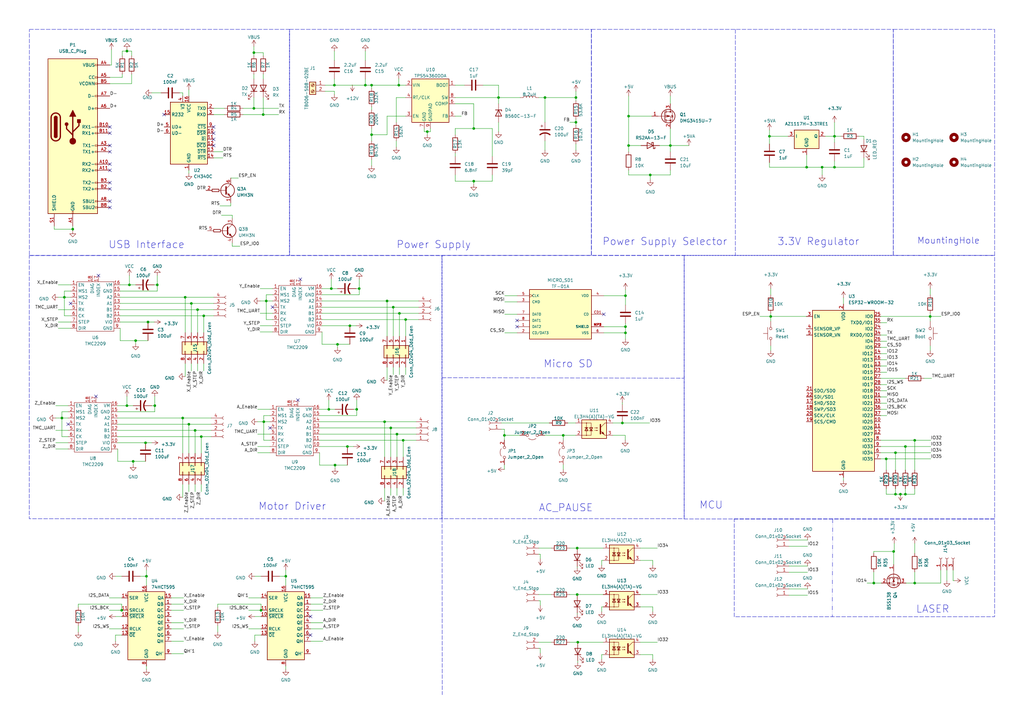
<source format=kicad_sch>
(kicad_sch (version 20230121) (generator eeschema)
  (paper "A3")
  (title_block (title "ESP32_FLUID_BOARD") (date "2023-05-07") (rev "2.0") (company "SOFTVER"))
  (junction (at 204.47 40.005))
  (junction (at 206.883 178.562))
  (junction (at 117.221 236.347))
  (junction (at 315.595 55.88))
  (junction (at 366.522 226.187))
  (junction (at 158.75 123.444))
  (junction (at 236.728 243.84))
  (junction (at 78.486 124.46))
  (junction (at 342.265 55.88))
  (junction (at 266.7 71.755))
  (junction (at 49.911 250.317))
  (junction (at 104.14 21.59))
  (junction (at 194.31 52.705))
  (junction (at 107.061 250.317))
  (junction (at 25.4 171.45))
  (junction (at 165.354 180.594))
  (junction (at 138.43 141.224))
  (junction (at 381.508 129.794))
  (junction (at 75.946 121.92))
  (junction (at 255.27 173.482))
  (junction (at 137.16 34.925))
  (junction (at 80.01 176.53))
  (junction (at 142.494 183.134))
  (junction (at 161.29 125.984))
  (junction (at 147.32 118.364))
  (junction (at 54.61 189.23))
  (junction (at 152.4 55.245))
  (junction (at 149.86 34.925))
  (junction (at 26.416 121.92))
  (junction (at 60.706 132.08))
  (junction (at 53.086 116.84))
  (junction (at 146.304 167.894))
  (junction (at 375.158 239.141))
  (junction (at 55.626 139.7))
  (junction (at 231.013 178.562))
  (junction (at 52.07 166.37))
  (junction (at 82.55 179.07))
  (junction (at 108.204 172.974))
  (junction (at 134.874 167.894))
  (junction (at 63.5 166.37))
  (junction (at 316.103 129.794))
  (junction (at 223.52 40.005))
  (junction (at 52.07 20.955))
  (junction (at 107.95 46.99))
  (junction (at 143.51 133.604))
  (junction (at 342.265 68.58))
  (junction (at 367.284 185.674))
  (junction (at 236.982 263.398))
  (junction (at 256.54 136.525))
  (junction (at 363.474 188.214))
  (junction (at 135.89 118.364))
  (junction (at 60.071 236.347))
  (junction (at 109.22 123.444))
  (junction (at 83.566 129.54))
  (junction (at 375.158 180.594))
  (junction (at 175.26 53.975))
  (junction (at 162.814 178.054))
  (junction (at 160.274 175.514))
  (junction (at 163.83 128.524))
  (junction (at 194.31 74.295))
  (junction (at 59.69 181.61))
  (junction (at 74.93 171.45))
  (junction (at 166.37 131.064))
  (junction (at 274.955 59.69))
  (junction (at 236.22 40.005))
  (junction (at 256.54 133.985))
  (junction (at 29.845 93.98))
  (junction (at 371.348 202.692))
  (junction (at 337.185 68.58))
  (junction (at 157.734 172.974))
  (junction (at 367.284 202.692))
  (junction (at 163.576 34.925))
  (junction (at 330.835 68.58))
  (junction (at 358.394 239.141))
  (junction (at 152.4 34.925))
  (junction (at 257.81 47.625))
  (junction (at 371.348 183.134))
  (junction (at 77.47 173.99))
  (junction (at 257.81 59.69))
  (junction (at 236.728 224.79))
  (junction (at 256.54 121.285))
  (junction (at 137.414 190.754))
  (junction (at 236.22 50.165))
  (junction (at 104.14 44.45))
  (junction (at 81.026 127))
  (junction (at 64.516 116.84))
  (junction (at 369.316 202.692))
  (no_connect (at 45.085 77.47))
  (no_connect (at 45.085 52.07))
  (no_connect (at 212.09 133.985))
  (no_connect (at 212.09 131.445))
  (no_connect (at 40.386 113.03))
  (no_connect (at 127.381 260.477))
  (no_connect (at 87.63 59.69))
  (no_connect (at 45.085 82.55))
  (no_connect (at 45.085 54.61))
  (no_connect (at 122.174 164.084))
  (no_connect (at 45.085 74.93))
  (no_connect (at 67.31 46.99))
  (no_connect (at 45.085 85.09))
  (no_connect (at 39.37 162.56))
  (no_connect (at 110.744 175.514))
  (no_connect (at 127.381 252.857))
  (no_connect (at 111.76 125.984))
  (no_connect (at 123.19 114.554))
  (no_connect (at 87.63 54.61))
  (no_connect (at 28.956 124.46))
  (no_connect (at 87.63 52.07))
  (no_connect (at 45.085 69.85))
  (no_connect (at 87.63 57.15))
  (no_connect (at 45.085 62.23))
  (no_connect (at 27.94 173.99))
  (no_connect (at 45.085 59.69))
  (no_connect (at 45.085 67.31))
  (no_connect (at 247.65 128.905))
  (wire (pts (xy 22.225 92.71) (xy 22.225 93.98)))
  (wire (pts (xy 246.761 229.87) (xy 246.761 231.775)))
  (wire (pts (xy 262.636 243.84) (xy 269.621 243.84)))
  (wire (pts (xy 256.54 121.285) (xy 256.54 125.095)))
  (wire (pts (xy 363.474 200.406) (xy 363.474 202.692)))
  (wire (pts (xy 162.814 178.054) (xy 170.688 178.054)))
  (wire (pts (xy 315.595 66.675) (xy 315.595 68.58)))
  (wire (pts (xy 366.522 226.187) (xy 366.776 226.187)))
  (wire (pts (xy 22.86 184.15) (xy 27.94 184.15)))
  (wire (pts (xy 55.626 139.7) (xy 60.706 139.7)))
  (wire (pts (xy 256.54 132.715) (xy 256.54 133.985)))
  (wire (pts (xy 233.68 263.398) (xy 236.982 263.398)))
  (wire (pts (xy 147.32 118.364) (xy 147.32 120.904)))
  (wire (pts (xy 361.188 180.594) (xy 375.158 180.594)))
  (wire (pts (xy 53.086 113.03) (xy 53.086 116.84)))
  (wire (pts (xy 257.81 59.69) (xy 262.89 59.69)))
  (wire (pts (xy 127.381 255.397) (xy 132.461 255.397)))
  (wire (pts (xy 363.728 145.034) (xy 361.188 145.034)))
  (wire (pts (xy 22.86 181.61) (xy 27.94 181.61)))
  (wire (pts (xy 117.221 233.807) (xy 117.221 236.347)))
  (wire (pts (xy 205.613 173.482) (xy 225.298 173.482)))
  (wire (pts (xy 127.381 247.777) (xy 132.461 247.777)))
  (wire (pts (xy 104.14 21.59) (xy 104.14 22.86)))
  (wire (pts (xy 361.188 162.814) (xy 363.728 162.814)))
  (wire (pts (xy 371.348 183.134) (xy 371.348 192.786)))
  (wire (pts (xy 152.4 52.705) (xy 152.4 55.245)))
  (wire (pts (xy 232.918 173.482) (xy 236.093 173.482)))
  (wire (pts (xy 94.615 84.455) (xy 90.17 84.455)))
  (wire (pts (xy 375.158 180.594) (xy 375.158 192.786)))
  (wire (pts (xy 152.4 34.925) (xy 163.576 34.925)))
  (wire (pts (xy 70.231 257.937) (xy 75.311 257.937)))
  (wire (pts (xy 104.14 44.45) (xy 114.3 44.45)))
  (wire (pts (xy 146.304 167.894) (xy 145.034 167.894)))
  (wire (pts (xy 106.68 133.604) (xy 111.76 133.604)))
  (wire (pts (xy 247.65 121.285) (xy 256.54 121.285)))
  (wire (pts (xy 354.33 55.88) (xy 354.33 57.15)))
  (wire (pts (xy 138.43 141.224) (xy 138.43 142.494)))
  (wire (pts (xy 255.27 165.1) (xy 255.27 165.862)))
  (wire (pts (xy 26.416 129.54) (xy 26.416 121.92)))
  (wire (pts (xy 108.204 170.434) (xy 108.204 172.974)))
  (wire (pts (xy 62.23 38.1) (xy 66.04 38.1)))
  (wire (pts (xy 47.371 236.347) (xy 49.911 236.347)))
  (wire (pts (xy 131.064 185.674) (xy 131.064 190.754)))
  (wire (pts (xy 25.4 171.45) (xy 27.94 171.45)))
  (wire (pts (xy 22.86 176.53) (xy 27.94 176.53)))
  (wire (pts (xy 109.22 131.064) (xy 111.76 131.064)))
  (wire (pts (xy 77.47 173.99) (xy 86.614 173.99)))
  (wire (pts (xy 354.33 64.77) (xy 354.33 68.58)))
  (wire (pts (xy 205.613 176.022) (xy 206.883 176.022)))
  (wire (pts (xy 266.7 71.755) (xy 266.7 73.66)))
  (wire (pts (xy 49.911 260.477) (xy 47.371 260.477)))
  (wire (pts (xy 132.08 118.364) (xy 135.89 118.364)))
  (wire (pts (xy 32.131 256.667) (xy 32.131 259.207)))
  (wire (pts (xy 48.26 184.15) (xy 48.26 189.23)))
  (wire (pts (xy 375.158 222.885) (xy 375.158 226.949)))
  (wire (pts (xy 194.31 52.705) (xy 201.93 52.705)))
  (wire (pts (xy 267.335 47.625) (xy 257.81 47.625)))
  (wire (pts (xy 77.47 69.85) (xy 77.47 71.12)))
  (wire (pts (xy 220.98 243.84) (xy 226.06 243.84)))
  (wire (pts (xy 381.508 141.859) (xy 381.508 143.764)))
  (wire (pts (xy 266.7 71.755) (xy 274.955 71.755)))
  (wire (pts (xy 55.626 139.7) (xy 55.626 140.97)))
  (wire (pts (xy 137.16 34.925) (xy 137.16 32.385)))
  (wire (pts (xy 352.425 55.88) (xy 354.33 55.88)))
  (wire (pts (xy 81.026 127) (xy 87.63 127)))
  (wire (pts (xy 49.276 119.38) (xy 64.516 119.38)))
  (wire (pts (xy 381.508 129.794) (xy 381.508 131.699)))
  (wire (pts (xy 175.26 53.975) (xy 173.99 53.975)))
  (wire (pts (xy 147.32 118.364) (xy 146.05 118.364)))
  (wire (pts (xy 152.4 55.245) (xy 152.4 57.785)))
  (wire (pts (xy 106.68 136.144) (xy 111.76 136.144)))
  (wire (pts (xy 361.188 170.434) (xy 363.728 170.434)))
  (wire (pts (xy 256.54 136.525) (xy 256.54 139.065)))
  (wire (pts (xy 132.08 125.984) (xy 161.29 125.984)))
  (wire (pts (xy 367.284 185.674) (xy 367.284 192.786)))
  (wire (pts (xy 146.304 167.894) (xy 146.304 170.434)))
  (wire (pts (xy 78.486 124.46) (xy 87.63 124.46)))
  (wire (pts (xy 74.93 171.45) (xy 74.93 185.928)))
  (wire (pts (xy 132.08 131.064) (xy 166.37 131.064)))
  (wire (pts (xy 109.22 131.064) (xy 109.22 123.444)))
  (wire (pts (xy 160.274 175.514) (xy 170.688 175.514)))
  (wire (pts (xy 163.83 128.524) (xy 171.704 128.524)))
  (wire (pts (xy 361.188 139.954) (xy 363.728 139.954)))
  (wire (pts (xy 331.216 244.094) (xy 323.596 244.094)))
  (wire (pts (xy 77.47 36.83) (xy 77.47 39.37)))
  (wire (pts (xy 138.43 141.224) (xy 143.51 141.224)))
  (wire (pts (xy 201.93 74.295) (xy 194.31 74.295)))
  (wire (pts (xy 158.75 123.444) (xy 171.704 123.444)))
  (wire (pts (xy 251.333 173.482) (xy 255.27 173.482)))
  (wire (pts (xy 106.68 123.444) (xy 109.22 123.444)))
  (wire (pts (xy 94.615 83.185) (xy 94.615 84.455)))
  (wire (pts (xy 262.636 263.398) (xy 269.621 263.398)))
  (wire (pts (xy 323.596 241.554) (xy 331.216 241.554)))
  (wire (pts (xy 166.37 153.67) (xy 166.37 150.622)))
  (wire (pts (xy 262.636 268.478) (xy 267.716 268.478)))
  (wire (pts (xy 44.831 250.317) (xy 49.911 250.317)))
  (wire (pts (xy 22.86 166.37) (xy 27.94 166.37)))
  (wire (pts (xy 221.615 246.38) (xy 221.615 248.285)))
  (wire (pts (xy 262.636 248.92) (xy 267.716 248.92)))
  (wire (pts (xy 49.276 134.62) (xy 49.276 139.7)))
  (wire (pts (xy 99.695 44.45) (xy 104.14 44.45)))
  (wire (pts (xy 131.064 178.054) (xy 162.814 178.054)))
  (wire (pts (xy 361.188 150.114) (xy 363.728 150.114)))
  (wire (pts (xy 342.265 55.88) (xy 342.265 58.42)))
  (wire (pts (xy 274.955 52.705) (xy 274.955 59.69)))
  (wire (pts (xy 91.44 64.77) (xy 87.63 64.77)))
  (wire (pts (xy 108.204 180.594) (xy 108.204 172.974)))
  (wire (pts (xy 194.31 74.295) (xy 194.31 75.565)))
  (wire (pts (xy 107.061 260.477) (xy 104.521 260.477)))
  (wire (pts (xy 220.98 224.79) (xy 226.06 224.79)))
  (wire (pts (xy 206.883 190.627) (xy 206.883 192.532)))
  (wire (pts (xy 247.65 133.985) (xy 256.54 133.985)))
  (wire (pts (xy 186.69 40.005) (xy 204.47 40.005)))
  (wire (pts (xy 50.165 31.75) (xy 50.165 30.48)))
  (wire (pts (xy 267.716 229.87) (xy 267.716 231.775)))
  (wire (pts (xy 105.664 172.974) (xy 108.204 172.974)))
  (wire (pts (xy 127.381 257.937) (xy 132.461 257.937)))
  (wire (pts (xy 82.55 179.07) (xy 86.614 179.07)))
  (wire (pts (xy 75.946 121.92) (xy 87.63 121.92)))
  (wire (pts (xy 47.371 260.477) (xy 47.371 263.017)))
  (wire (pts (xy 247.65 136.525) (xy 256.54 136.525)))
  (wire (pts (xy 206.883 178.562) (xy 206.883 180.467)))
  (wire (pts (xy 106.68 128.524) (xy 111.76 128.524)))
  (wire (pts (xy 375.158 180.594) (xy 381.762 180.594)))
  (wire (pts (xy 87.63 46.99) (xy 92.075 46.99)))
  (wire (pts (xy 361.188 185.674) (xy 367.284 185.674)))
  (wire (pts (xy 323.596 232.156) (xy 331.216 232.156)))
  (wire (pts (xy 105.664 178.054) (xy 110.744 178.054)))
  (wire (pts (xy 53.975 20.955) (xy 52.07 20.955)))
  (wire (pts (xy 236.22 40.005) (xy 236.22 41.275)))
  (wire (pts (xy 107.061 245.237) (xy 101.981 245.237)))
  (wire (pts (xy 104.521 260.477) (xy 104.521 263.017)))
  (wire (pts (xy 262.636 229.87) (xy 267.716 229.87)))
  (wire (pts (xy 70.231 245.237) (xy 75.311 245.237)))
  (wire (pts (xy 371.348 200.406) (xy 371.348 202.692)))
  (wire (pts (xy 157.734 205.486) (xy 157.734 200.152)))
  (wire (pts (xy 162.814 178.054) (xy 162.814 187.452)))
  (wire (pts (xy 207.01 121.285) (xy 212.09 121.285)))
  (wire (pts (xy 375.158 239.141) (xy 385.826 239.141)))
  (wire (pts (xy 104.521 236.347) (xy 107.061 236.347)))
  (wire (pts (xy 247.396 229.87) (xy 246.761 229.87)))
  (wire (pts (xy 158.75 47.625) (xy 158.75 55.245)))
  (wire (pts (xy 149.86 34.925) (xy 137.16 34.925)))
  (wire (pts (xy 134.874 164.084) (xy 134.874 167.894)))
  (wire (pts (xy 371.348 202.692) (xy 375.158 202.692)))
  (wire (pts (xy 132.08 123.444) (xy 158.75 123.444)))
  (wire (pts (xy 48.26 166.37) (xy 52.07 166.37)))
  (wire (pts (xy 246.761 268.478) (xy 246.761 270.383)))
  (wire (pts (xy 162.56 40.005) (xy 166.37 40.005)))
  (wire (pts (xy 90.805 88.265) (xy 95.25 88.265)))
  (wire (pts (xy 107.95 46.99) (xy 114.3 46.99)))
  (wire (pts (xy 388.366 238.125) (xy 388.366 233.807)))
  (wire (pts (xy 223.52 57.785) (xy 223.52 61.595)))
  (wire (pts (xy 107.95 30.48) (xy 107.95 32.385)))
  (wire (pts (xy 316.103 118.364) (xy 316.103 120.904)))
  (wire (pts (xy 107.061 257.937) (xy 101.981 257.937)))
  (wire (pts (xy 342.265 66.04) (xy 342.265 68.58)))
  (wire (pts (xy 358.394 239.141) (xy 358.394 234.569)))
  (wire (pts (xy 375.158 200.406) (xy 375.158 202.692)))
  (wire (pts (xy 256.54 136.525) (xy 256.54 133.985)))
  (wire (pts (xy 25.4 179.07) (xy 27.94 179.07)))
  (wire (pts (xy 163.576 34.925) (xy 166.37 34.925)))
  (wire (pts (xy 48.26 173.99) (xy 77.47 173.99)))
  (wire (pts (xy 173.99 52.705) (xy 173.99 53.975)))
  (wire (pts (xy 247.396 268.478) (xy 246.761 268.478)))
  (wire (pts (xy 206.883 178.562) (xy 213.233 178.562)))
  (wire (pts (xy 274.955 59.69) (xy 282.575 59.69)))
  (wire (pts (xy 315.595 55.88) (xy 323.215 55.88)))
  (wire (pts (xy 53.975 34.29) (xy 53.975 30.48)))
  (wire (pts (xy 186.69 71.755) (xy 186.69 74.295)))
  (wire (pts (xy 132.08 128.524) (xy 163.83 128.524)))
  (wire (pts (xy 127.381 263.017) (xy 132.461 263.017)))
  (wire (pts (xy 99.695 46.99) (xy 107.95 46.99)))
  (wire (pts (xy 49.276 127) (xy 81.026 127)))
  (wire (pts (xy 132.08 141.224) (xy 138.43 141.224)))
  (wire (pts (xy 331.216 234.696) (xy 323.596 234.696)))
  (wire (pts (xy 361.442 239.141) (xy 358.394 239.141)))
  (wire (pts (xy 363.474 188.214) (xy 363.474 192.786)))
  (wire (pts (xy 97.79 73.025) (xy 94.615 73.025)))
  (wire (pts (xy 83.566 129.54) (xy 83.566 136.398)))
  (wire (pts (xy 137.16 37.465) (xy 137.16 38.735)))
  (wire (pts (xy 137.414 190.754) (xy 137.414 192.024)))
  (wire (pts (xy 162.56 57.785) (xy 162.56 60.325)))
  (wire (pts (xy 198.12 34.925) (xy 204.47 34.925)))
  (wire (pts (xy 385.953 129.794) (xy 381.508 129.794)))
  (wire (pts (xy 107.95 40.005) (xy 107.95 46.99)))
  (wire (pts (xy 105.664 185.674) (xy 110.744 185.674)))
  (wire (pts (xy 52.07 162.56) (xy 52.07 166.37)))
  (wire (pts (xy 89.281 249.047) (xy 89.281 247.777)))
  (wire (pts (xy 26.416 119.38) (xy 28.956 119.38)))
  (wire (pts (xy 236.982 271.018) (xy 236.982 271.78)))
  (wire (pts (xy 137.16 24.765) (xy 137.16 20.955)))
  (wire (pts (xy 186.69 42.545) (xy 194.31 42.545)))
  (wire (pts (xy 207.01 123.825) (xy 212.09 123.825)))
  (wire (pts (xy 257.81 71.755) (xy 266.7 71.755)))
  (wire (pts (xy 70.231 255.397) (xy 75.311 255.397)))
  (wire (pts (xy 274.955 39.37) (xy 274.955 42.545)))
  (wire (pts (xy 105.664 167.894) (xy 110.744 167.894)))
  (wire (pts (xy 54.61 189.23) (xy 54.61 190.5)))
  (wire (pts (xy 236.22 37.465) (xy 236.22 40.005)))
  (wire (pts (xy 316.103 129.794) (xy 316.103 131.699)))
  (wire (pts (xy 109.22 123.444) (xy 111.76 123.444)))
  (wire (pts (xy 330.708 129.794) (xy 316.103 129.794)))
  (wire (pts (xy 104.14 19.05) (xy 104.14 21.59)))
  (wire (pts (xy 107.95 21.59) (xy 104.14 21.59)))
  (wire (pts (xy 137.414 190.754) (xy 142.494 190.754)))
  (wire (pts (xy 206.883 176.022) (xy 206.883 178.562)))
  (wire (pts (xy 204.47 40.005) (xy 213.36 40.005)))
  (wire (pts (xy 315.595 55.88) (xy 315.595 59.055)))
  (wire (pts (xy 23.876 121.92) (xy 26.416 121.92)))
  (wire (pts (xy 57.531 236.347) (xy 60.071 236.347)))
  (wire (pts (xy 52.07 166.37) (xy 54.61 166.37)))
  (wire (pts (xy 134.874 167.894) (xy 137.414 167.894)))
  (wire (pts (xy 256.54 118.745) (xy 256.54 121.285)))
  (wire (pts (xy 165.354 203.2) (xy 165.354 200.152)))
  (wire (pts (xy 104.521 252.857) (xy 107.061 252.857)))
  (wire (pts (xy 75.946 154.432) (xy 75.946 149.098)))
  (wire (pts (xy 204.47 50.165) (xy 204.47 53.975)))
  (wire (pts (xy 367.284 185.674) (xy 381.762 185.674)))
  (wire (pts (xy 75.311 268.097) (xy 70.231 268.097)))
  (wire (pts (xy 87.63 44.45) (xy 92.075 44.45)))
  (wire (pts (xy 108.204 172.974) (xy 110.744 172.974)))
  (wire (pts (xy 131.064 183.134) (xy 142.494 183.134)))
  (wire (pts (xy 201.93 52.705) (xy 201.93 64.135)))
  (wire (pts (xy 331.216 224.028) (xy 323.596 224.028)))
  (wire (pts (xy 165.354 180.594) (xy 170.688 180.594)))
  (wire (pts (xy 23.876 116.84) (xy 28.956 116.84)))
  (wire (pts (xy 204.47 34.925) (xy 204.47 40.005)))
  (wire (pts (xy 363.728 132.334) (xy 361.188 132.334)))
  (wire (pts (xy 73.66 38.1) (xy 74.93 38.1)))
  (wire (pts (xy 246.761 248.92) (xy 246.761 250.825)))
  (wire (pts (xy 49.911 257.937) (xy 44.831 257.937)))
  (wire (pts (xy 77.47 173.99) (xy 77.47 185.928)))
  (wire (pts (xy 369.316 202.692) (xy 371.348 202.692)))
  (wire (pts (xy 63.5 166.37) (xy 62.23 166.37)))
  (wire (pts (xy 64.516 116.84) (xy 64.516 119.38)))
  (wire (pts (xy 63.5 162.56) (xy 63.5 166.37)))
  (wire (pts (xy 166.37 131.064) (xy 166.37 137.922)))
  (wire (pts (xy 166.37 47.625) (xy 158.75 47.625)))
  (wire (pts (xy 257.81 69.85) (xy 257.81 71.755)))
  (wire (pts (xy 366.522 226.187) (xy 358.394 226.187)))
  (wire (pts (xy 127.381 245.237) (xy 132.461 245.237)))
  (wire (pts (xy 107.95 22.86) (xy 107.95 21.59)))
  (wire (pts (xy 131.064 170.434) (xy 146.304 170.434)))
  (wire (pts (xy 189.23 47.625) (xy 186.69 47.625)))
  (wire (pts (xy 49.911 245.237) (xy 44.831 245.237)))
  (wire (pts (xy 262.636 224.79) (xy 269.621 224.79)))
  (wire (pts (xy 78.486 152.146) (xy 78.486 149.098)))
  (wire (pts (xy 361.188 188.214) (xy 363.474 188.214)))
  (wire (pts (xy 163.83 128.524) (xy 163.83 137.922)))
  (wire (pts (xy 23.876 132.08) (xy 28.956 132.08)))
  (wire (pts (xy 48.26 171.45) (xy 74.93 171.45)))
  (wire (pts (xy 117.221 273.177) (xy 117.221 274.447)))
  (wire (pts (xy 80.01 201.676) (xy 80.01 198.628)))
  (wire (pts (xy 49.276 139.7) (xy 55.626 139.7)))
  (wire (pts (xy 316.103 141.859) (xy 316.103 143.764)))
  (wire (pts (xy 236.22 48.895) (xy 236.22 50.165)))
  (wire (pts (xy 361.188 157.734) (xy 363.728 157.734)))
  (wire (pts (xy 53.086 116.84) (xy 55.626 116.84)))
  (wire (pts (xy 32.131 249.047) (xy 32.131 247.777)))
  (wire (pts (xy 83.566 152.146) (xy 83.566 149.098)))
  (wire (pts (xy 29.845 92.71) (xy 29.845 93.98)))
  (wire (pts (xy 390.906 238.125) (xy 391.414 238.125)))
  (wire (pts (xy 233.68 243.84) (xy 236.728 243.84)))
  (polyline (pts (xy 301.625 12.065) (xy 301.625 104.775)) (stroke (width 0) (type dash)))
  (wire (pts (xy 186.69 52.705) (xy 194.31 52.705)))
  (wire (pts (xy 390.906 233.807) (xy 390.906 238.125)))
  (wire (pts (xy 361.188 142.494) (xy 363.728 142.494)))
  (wire (pts (xy 147.32 114.554) (xy 147.32 118.364)))
  (wire (pts (xy 361.188 155.194) (xy 371.348 155.194)))
  (wire (pts (xy 361.188 183.134) (xy 371.348 183.134)))
  (wire (pts (xy 133.35 34.925) (xy 137.16 34.925)))
  (wire (pts (xy 49.276 116.84) (xy 53.086 116.84)))
  (wire (pts (xy 23.876 134.62) (xy 28.956 134.62)))
  (wire (pts (xy 381.508 118.364) (xy 381.508 120.904)))
  (wire (pts (xy 81.026 127) (xy 81.026 136.398)))
  (wire (pts (xy 274.955 59.69) (xy 270.51 59.69)))
  (wire (pts (xy 101.981 250.317) (xy 107.061 250.317)))
  (wire (pts (xy 60.071 236.347) (xy 60.071 240.157)))
  (wire (pts (xy 157.734 172.974) (xy 157.734 187.452)))
  (wire (pts (xy 63.5 166.37) (xy 63.5 168.91)))
  (wire (pts (xy 337.185 68.58) (xy 342.265 68.58)))
  (wire (pts (xy 221.615 265.938) (xy 221.615 267.843)))
  (wire (pts (xy 64.516 116.84) (xy 63.246 116.84)))
  (wire (pts (xy 366.776 222.885) (xy 366.776 226.187)))
  (wire (pts (xy 378.968 155.194) (xy 382.143 155.194)))
  (wire (pts (xy 82.55 201.676) (xy 82.55 198.628)))
  (wire (pts (xy 330.835 63.5) (xy 330.835 68.58)))
  (polyline (pts (xy 341.503 212.852) (xy 341.376 252.984)) (stroke (width 0) (type dash_dot_dot)))
  (wire (pts (xy 135.89 118.364) (xy 138.43 118.364)))
  (wire (pts (xy 367.284 202.692) (xy 369.316 202.692)))
  (wire (pts (xy 54.61 189.23) (xy 59.69 189.23)))
  (wire (pts (xy 342.265 55.88) (xy 344.805 55.88)))
  (wire (pts (xy 22.225 93.98) (xy 29.845 93.98)))
  (wire (pts (xy 311.658 129.794) (xy 316.103 129.794)))
  (wire (pts (xy 361.188 152.654) (xy 363.728 152.654)))
  (wire (pts (xy 81.026 152.146) (xy 81.026 149.098)))
  (wire (pts (xy 26.416 121.92) (xy 28.956 121.92)))
  (wire (pts (xy 207.01 136.525) (xy 212.09 136.525)))
  (wire (pts (xy 22.86 171.45) (xy 25.4 171.45)))
  (wire (pts (xy 330.835 68.58) (xy 337.185 68.58)))
  (wire (pts (xy 49.276 124.46) (xy 78.486 124.46)))
  (wire (pts (xy 25.4 179.07) (xy 25.4 171.45)))
  (wire (pts (xy 25.4 168.91) (xy 27.94 168.91)))
  (wire (pts (xy 186.69 34.925) (xy 190.5 34.925)))
  (wire (pts (xy 48.26 168.91) (xy 63.5 168.91)))
  (wire (pts (xy 367.284 200.406) (xy 367.284 202.692)))
  (wire (pts (xy 257.81 47.625) (xy 257.81 59.69)))
  (wire (pts (xy 75.946 121.92) (xy 75.946 136.398)))
  (wire (pts (xy 131.064 172.974) (xy 157.734 172.974)))
  (wire (pts (xy 50.165 20.955) (xy 52.07 20.955)))
  (wire (pts (xy 385.826 233.807) (xy 385.826 239.141)))
  (wire (pts (xy 236.982 263.398) (xy 247.396 263.398)))
  (wire (pts (xy 158.75 55.245) (xy 152.4 55.245)))
  (wire (pts (xy 338.455 55.88) (xy 342.265 55.88)))
  (wire (pts (xy 363.728 167.894) (xy 361.188 167.894)))
  (wire (pts (xy 323.596 221.488) (xy 331.216 221.488)))
  (wire (pts (xy 220.98 265.938) (xy 221.615 265.938)))
  (wire (pts (xy 223.393 178.562) (xy 231.013 178.562)))
  (wire (pts (xy 152.4 43.815) (xy 152.4 45.085)))
  (wire (pts (xy 162.56 50.165) (xy 162.56 40.005)))
  (wire (pts (xy 74.93 38.1) (xy 74.93 39.37)))
  (wire (pts (xy 132.08 133.604) (xy 143.51 133.604)))
  (wire (pts (xy 342.265 50.165) (xy 342.265 55.88)))
  (wire (pts (xy 316.103 128.524) (xy 316.103 129.794)))
  (wire (pts (xy 358.394 226.187) (xy 358.394 226.949)))
  (wire (pts (xy 345.948 122.174) (xy 345.948 124.714)))
  (wire (pts (xy 345.948 195.834) (xy 345.948 197.104)))
  (wire (pts (xy 161.29 125.984) (xy 171.704 125.984)))
  (wire (pts (xy 163.83 153.67) (xy 163.83 150.622)))
  (wire (pts (xy 160.274 203.2) (xy 160.274 200.152)))
  (wire (pts (xy 104.14 40.005) (xy 104.14 44.45)))
  (wire (pts (xy 371.348 183.134) (xy 381.762 183.134)))
  (wire (pts (xy 176.53 53.975) (xy 175.26 53.975)))
  (polyline (pts (xy 181.3052 212.6488) (xy 181.356 284.9372)) (stroke (width 0) (type dash)))
  (wire (pts (xy 49.276 121.92) (xy 75.946 121.92)))
  (wire (pts (xy 236.22 50.165) (xy 236.22 51.435)))
  (wire (pts (xy 165.354 180.594) (xy 165.354 187.452)))
  (wire (pts (xy 366.522 226.187) (xy 366.522 231.521)))
  (wire (pts (xy 223.52 40.005) (xy 223.52 50.165)))
  (wire (pts (xy 175.26 53.975) (xy 175.26 55.245)))
  (wire (pts (xy 231.013 190.627) (xy 231.013 192.532)))
  (wire (pts (xy 131.064 180.594) (xy 165.354 180.594)))
  (wire (pts (xy 47.371 252.857) (xy 49.911 252.857)))
  (wire (pts (xy 135.89 114.554) (xy 135.89 118.364)))
  (wire (pts (xy 220.98 227.33) (xy 221.615 227.33)))
  (wire (pts (xy 166.37 131.064) (xy 171.704 131.064)))
  (wire (pts (xy 26.416 119.38) (xy 26.416 121.92)))
  (wire (pts (xy 267.716 268.478) (xy 267.716 270.383)))
  (wire (pts (xy 255.27 173.482) (xy 266.446 173.482)))
  (wire (pts (xy 143.51 133.604) (xy 146.05 133.604)))
  (wire (pts (xy 146.304 164.084) (xy 146.304 167.894)))
  (polyline (pts (xy 181.3052 154.94) (xy 280.6192 155.0924)) (stroke (width 0) (type dash)))
  (wire (pts (xy 251.333 178.562) (xy 256.413 178.562)))
  (wire (pts (xy 45.085 26.67) (xy 45.72 26.67)))
  (wire (pts (xy 315.595 53.34) (xy 315.595 55.88)))
  (wire (pts (xy 363.474 188.214) (xy 381.762 188.214)))
  (wire (pts (xy 358.394 239.141) (xy 355.6 239.141)))
  (wire (pts (xy 236.728 243.84) (xy 247.396 243.84)))
  (wire (pts (xy 363.474 202.692) (xy 367.284 202.692)))
  (wire (pts (xy 142.494 183.134) (xy 145.034 183.134)))
  (wire (pts (xy 220.98 40.005) (xy 223.52 40.005)))
  (wire (pts (xy 108.204 170.434) (xy 110.744 170.434)))
  (wire (pts (xy 158.75 123.444) (xy 158.75 137.922)))
  (wire (pts (xy 53.975 22.86) (xy 53.975 20.955)))
  (wire (pts (xy 74.93 171.45) (xy 86.614 171.45)))
  (wire (pts (xy 60.071 233.807) (xy 60.071 236.347)))
  (wire (pts (xy 162.814 203.2) (xy 162.814 200.152)))
  (wire (pts (xy 236.728 232.918) (xy 236.728 232.41)))
  (wire (pts (xy 186.69 74.295) (xy 194.31 74.295)))
  (wire (pts (xy 233.68 224.79) (xy 236.728 224.79)))
  (wire (pts (xy 160.274 175.514) (xy 160.274 187.452)))
  (wire (pts (xy 207.01 128.905) (xy 212.09 128.905)))
  (wire (pts (xy 89.281 256.667) (xy 89.281 259.207)))
  (wire (pts (xy 149.86 32.385) (xy 149.86 34.925)))
  (wire (pts (xy 220.98 263.398) (xy 226.06 263.398)))
  (wire (pts (xy 107.061 247.777) (xy 107.061 250.317)))
  (wire (pts (xy 77.47 201.676) (xy 77.47 198.628)))
  (wire (pts (xy 78.486 124.46) (xy 78.486 136.398)))
  (wire (pts (xy 49.911 247.777) (xy 49.911 250.317)))
  (wire (pts (xy 267.716 248.92) (xy 267.716 250.825)))
  (wire (pts (xy 70.231 250.317) (xy 75.311 250.317)))
  (wire (pts (xy 161.29 125.984) (xy 161.29 137.922)))
  (wire (pts (xy 186.69 55.245) (xy 186.69 52.705)))
  (wire (pts (xy 80.01 176.53) (xy 80.01 185.928)))
  (wire (pts (xy 176.53 52.705) (xy 176.53 53.975)))
  (wire (pts (xy 236.728 224.79) (xy 247.396 224.79)))
  (wire (pts (xy 23.876 127) (xy 28.956 127)))
  (wire (pts (xy 361.188 129.794) (xy 381.508 129.794)))
  (wire (pts (xy 220.98 246.38) (xy 221.615 246.38)))
  (wire (pts (xy 45.085 34.29) (xy 53.975 34.29)))
  (wire (pts (xy 80.01 176.53) (xy 86.614 176.53)))
  (wire (pts (xy 104.14 30.48) (xy 104.14 32.385)))
  (wire (pts (xy 201.93 71.755) (xy 201.93 74.295)))
  (wire (pts (xy 50.165 22.86) (xy 50.165 20.955)))
  (wire (pts (xy 371.602 239.141) (xy 375.158 239.141)))
  (wire (pts (xy 257.81 62.23) (xy 257.81 59.69)))
  (wire (pts (xy 157.734 172.974) (xy 170.688 172.974)))
  (wire (pts (xy 117.221 236.347) (xy 117.221 240.157)))
  (wire (pts (xy 363.728 137.414) (xy 361.188 137.414)))
  (wire (pts (xy 149.86 34.925) (xy 152.4 34.925)))
  (wire (pts (xy 106.68 118.364) (xy 111.76 118.364)))
  (wire (pts (xy 194.31 42.545) (xy 194.31 52.705)))
  (wire (pts (xy 131.064 167.894) (xy 134.874 167.894)))
  (wire (pts (xy 108.204 180.594) (xy 110.744 180.594)))
  (wire (pts (xy 60.706 132.08) (xy 63.246 132.08)))
  (wire (pts (xy 204.47 40.005) (xy 204.47 42.545)))
  (wire (pts (xy 83.566 129.54) (xy 87.63 129.54)))
  (wire (pts (xy 361.188 160.274) (xy 363.728 160.274)))
  (wire (pts (xy 132.08 120.904) (xy 147.32 120.904)))
  (wire (pts (xy 152.4 65.405) (xy 152.4 67.945)))
  (wire (pts (xy 257.81 39.37) (xy 257.81 47.625)))
  (wire (pts (xy 25.4 168.91) (xy 25.4 171.45)))
  (wire (pts (xy 95.25 99.695) (xy 95.25 100.965)))
  (wire (pts (xy 32.131 247.777) (xy 49.911 247.777)))
  (wire (pts (xy 363.728 165.354) (xy 361.188 165.354)))
  (wire (pts (xy 59.69 181.61) (xy 62.23 181.61)))
  (wire (pts (xy 186.69 62.865) (xy 186.69 64.135)))
  (wire (pts (xy 109.22 120.904) (xy 111.76 120.904)))
  (wire (pts (xy 48.26 181.61) (xy 59.69 181.61)))
  (wire (pts (xy 45.085 31.75) (xy 50.165 31.75)))
  (wire (pts (xy 236.22 59.055) (xy 236.22 61.595)))
  (wire (pts (xy 221.615 227.33) (xy 221.615 229.235)))
  (wire (pts (xy 91.44 62.23) (xy 87.63 62.23)))
  (wire (pts (xy 149.86 24.765) (xy 149.86 20.955)))
  (wire (pts (xy 49.276 129.54) (xy 83.566 129.54)))
  (wire (pts (xy 64.516 113.03) (xy 64.516 116.84)))
  (wire (pts (xy 70.231 247.777) (xy 75.311 247.777)))
  (wire (pts (xy 381.508 128.524) (xy 381.508 129.794)))
  (wire (pts (xy 29.845 93.98) (xy 29.845 94.615)))
  (wire (pts (xy 45.72 26.67) (xy 45.72 20.32)))
  (wire (pts (xy 74.93 203.962) (xy 74.93 198.628)))
  (wire (pts (xy 375.158 234.569) (xy 375.158 239.141)))
  (wire (pts (xy 26.416 129.54) (xy 28.956 129.54)))
  (wire (pts (xy 223.52 40.005) (xy 236.22 40.005)))
  (wire (pts (xy 152.4 34.925) (xy 152.4 36.195)))
  (wire (pts (xy 231.013 178.562) (xy 236.093 178.562)))
  (wire (pts (xy 82.55 179.07) (xy 82.55 185.928)))
  (wire (pts (xy 342.265 68.58) (xy 354.33 68.58)))
  (wire (pts (xy 236.728 251.968) (xy 236.728 251.46)))
  (wire (pts (xy 132.08 136.144) (xy 132.08 141.224)))
  (wire (pts (xy 48.26 189.23) (xy 54.61 189.23)))
  (wire (pts (xy 98.425 100.965) (xy 95.25 100.965)))
  (wire (pts (xy 231.013 178.562) (xy 231.013 180.467)))
  (wire (pts (xy 337.185 71.755) (xy 337.185 68.58)))
  (wire (pts (xy 48.26 179.07) (xy 82.55 179.07)))
  (wire (pts (xy 233.68 50.165) (xy 236.22 50.165)))
  (wire (pts (xy 247.396 248.92) (xy 246.761 248.92)))
  (wire (pts (xy 131.064 190.754) (xy 137.414 190.754)))
  (wire (pts (xy 274.955 69.85) (xy 274.955 71.755)))
  (wire (pts (xy 363.728 147.574) (xy 361.188 147.574)))
  (wire (pts (xy 89.281 247.777) (xy 107.061 247.777)))
  (wire (pts (xy 52.07 20.32) (xy 52.07 20.955)))
  (wire (pts (xy 109.22 120.904) (xy 109.22 123.444)))
  (wire (pts (xy 48.26 176.53) (xy 80.01 176.53)))
  (wire (pts (xy 131.064 175.514) (xy 160.274 175.514)))
  (wire (pts (xy 105.664 183.134) (xy 110.744 183.134)))
  (wire (pts (xy 158.75 155.956) (xy 158.75 150.622)))
  (wire (pts (xy 49.276 132.08) (xy 60.706 132.08)))
  (wire (pts (xy 315.595 68.58) (xy 330.835 68.58)))
  (wire (pts (xy 256.413 178.562) (xy 256.413 180.467)))
  (wire (pts (xy 114.681 236.347) (xy 117.221 236.347)))
  (wire (pts (xy 60.071 273.177) (xy 60.071 274.447)))
  (wire (pts (xy 127.381 250.317) (xy 132.461 250.317)))
  (wire (pts (xy 161.29 153.67) (xy 161.29 150.622)))
  (wire (pts (xy 70.231 263.017) (xy 75.311 263.017)))
  (wire (pts (xy 274.955 59.69) (xy 274.955 62.23)))
  (wire (pts (xy 95.25 88.265) (xy 95.25 89.535)))
  (wire (pts (xy 133.35 37.465) (xy 137.16 37.465)))
  (wire (pts (xy 163.576 32.258) (xy 163.576 34.925)))
  (rectangle (start 181.3052 104.775) (end 280.5938 212.725) (stroke (width 0) (type dash)))
  (rectangle (start 242.57 12.065) (end 366.395 104.775) (stroke (width 0) (type dash)))
  (rectangle (start 118.745 12.065) (end 242.57 104.775) (stroke (width 0) (type dash)))
  (rectangle (start 280.5938 104.775) (end 407.924 212.852) (stroke (width 0) (type dash)))
  (rectangle (start 301.117 212.852) (end 407.924 252.984) (stroke (width 0) (type dash)))
  (rectangle (start 12.065 12.065) (end 118.745 104.775) (stroke (width 0) (type dash)))
  (rectangle (start 366.395 12.065) (end 407.924 104.775) (stroke (width 0) (type dash)))
  (rectangle (start 11.9888 104.8004) (end 181.2544 212.7504) (stroke (width 0) (type dash)))
  (text "MCU" (at 286.766 209.042 0) (effects (font (size 3 3)) (justify left bottom)))
  (text "Motor Driver\n" (at 105.918 209.55 0) (effects (font (size 3 3)) (justify left bottom)))
  (text "AC_PAUSE" (at 220.9292 210.1596 0) (effects (font (size 3 3)) (justify left bottom)))
  (text "USB Interface" (at 44.45 102.235 0) (effects (font (size 3 3)) (justify left bottom)))
  (text "Micro SD" (at 222.885 151.13 0) (effects (font (size 3 3)) (justify left bottom)))
  (text "LASER" (at 375.666 251.714 0) (effects (font (size 3 3)) (justify left bottom)))
  (text "MountingHole" (at 376.174 100.33 0) (effects (font (size 2.54 2.54)) (justify left bottom)))
  (text "3.3V Regulator\n" (at 318.77 100.965 0) (effects (font (size 3 3)) (justify left bottom)))
  (text "Power Supply" (at 162.56 102.235 0) (effects (font (size 3 3)) (justify left bottom)))
  (text "Power Supply Selector\n" (at 247.015 100.965 0) (effects (font (size 3 3)) (justify left bottom)))
  (label "A_Enable" (at 105.664 167.894 180))
  (label "X_DIR" (at 83.566 152.146 270))
  (label "MOSI" (at 207.01 123.825 180))
  (label "Z_Enable" (at 77.47 201.676 270))
  (label "QH'1" (at 75.311 268.097 0))
  (label "RTS" (at 90.17 84.455 180))
  (label "FB" (at 189.23 47.625 0))
  (label "X_STEP" (at 23.876 132.08 180))
  (label "ESP_EN" (at 311.658 129.794 180))
  (label "I2S_WS" (at 101.981 257.937 180))
  (label "IO13" (at 363.728 147.574 0))
  (label "MOSI" (at 363.728 170.434 0))
  (label "Z_STEP" (at 22.86 181.61 180))
  (label "Y_Enable" (at 161.29 153.67 270))
  (label "Z_Enable" (at 22.86 166.37 180))
  (label "TX" (at 363.728 137.414 0))
  (label "I2S_WS" (at 44.831 257.937 180))
  (label "ESP_IO0" (at 385.953 129.794 0))
  (label "I2S_BCK" (at 101.981 250.317 180))
  (label "X_STEP" (at 75.311 250.317 0))
  (label "A_STEP" (at 162.814 203.2 270))
  (label "IO33" (at 269.621 243.84 0))
  (label "A_DIR" (at 132.461 255.397 0))
  (label "X_DIR" (at 23.876 134.62 180))
  (label "IO33" (at 381.762 183.134 0))
  (label "Y_STEP" (at 163.83 153.67 270))
  (label "TMC_UART" (at 106.68 128.524 180))
  (label "Y_DIR" (at 75.311 255.397 0))
  (label "Z_DIR" (at 82.55 201.676 270))
  (label "Z_Enable" (at 132.461 245.237 0))
  (label "D-" (at 67.31 54.61 180))
  (label "X_DIR" (at 75.311 247.777 0))
  (label "A_STEP" (at 105.664 183.134 180))
  (label "X_Enable" (at 75.311 245.237 0))
  (label "IO15" (at 363.728 152.654 0))
  (label "D-" (at 45.085 39.37 0))
  (label "Y_Enable" (at 106.68 118.364 180))
  (label "I2S_DATA" (at 363.728 165.354 0))
  (label "A_Enable" (at 132.461 263.017 0))
  (label "D+" (at 67.31 52.07 180))
  (label "Z_DIR" (at 22.86 184.15 180))
  (label "I2S_BCK" (at 44.831 250.317 180))
  (label "IO12" (at 331.216 224.028 0))
  (label "IO15" (at 331.216 244.094 0))
  (label "MISO" (at 207.01 128.905 180))
  (label "I2S_WS" (at 363.728 157.734 0))
  (label "IO14" (at 363.728 150.114 0))
  (label "IO34" (at 269.621 224.79 0))
  (label "TMC_UART" (at 105.664 178.054 180))
  (label "Z_STEP" (at 80.01 201.676 270))
  (label "IO35" (at 266.446 173.482 0))
  (label "X_Enable" (at 78.486 152.146 270))
  (label "A_DIR" (at 105.664 185.674 180))
  (label "IO34" (at 381.762 185.674 0))
  (label "Y_STEP" (at 75.311 257.937 0))
  (label "SCK" (at 207.01 121.285 180))
  (label "IO12" (at 363.728 145.034 0))
  (label "IO13" (at 331.216 234.696 0))
  (label "DTR" (at 90.805 88.265 180))
  (label "I2S_DATA" (at 44.831 245.237 180))
  (label "A_Enable" (at 160.274 203.2 270))
  (label "FB" (at 233.68 50.165 180))
  (label "Y_Enable" (at 75.311 263.017 0))
  (label "RX" (at 114.3 46.99 0))
  (label "ESP_IO0" (at 98.425 100.965 0))
  (label "QH'1" (at 101.981 245.237 180))
  (label "I2S_BCK" (at 363.728 167.894 0))
  (label "CS_SD" (at 363.728 142.494 0))
  (label "X_STEP" (at 81.026 152.146 270))
  (label "CS_SD" (at 207.01 136.525 180))
  (label "D+" (at 45.085 44.45 0))
  (label "X_Enable" (at 23.876 116.84 180))
  (label "DTR" (at 91.44 62.23 0))
  (label "ESP_EN" (at 97.79 73.025 0))
  (label "IO14" (at 355.6 239.141 180))
  (label "Z_DIR" (at 132.461 247.777 0))
  (label "TMC_UART" (at 22.86 176.53 180))
  (label "A_STEP" (at 132.461 257.937 0))
  (label "TMC_UART" (at 363.728 139.954 0))
  (label "TMC_UART" (at 23.876 127 180))
  (label "MISO" (at 363.728 162.814 0))
  (label "RTS" (at 85.09 94.615 180))
  (label "Y_DIR" (at 106.68 136.144 180))
  (label "RX" (at 363.728 132.334 0))
  (label "Z_STEP" (at 132.461 250.317 0))
  (label "RTS" (at 91.44 64.77 0))
  (label "Y_DIR" (at 166.37 153.67 270))
  (label "DTR" (at 84.455 78.105 180))
  (label "A_DIR" (at 165.354 203.2 270))
  (label "IO32" (at 381.762 180.594 0))
  (label "IO32" (at 269.621 263.398 0))
  (label "SCK" (at 363.728 160.274 0))
  (label "IO35" (at 381.762 188.214 0))
  (label "TX" (at 114.3 44.45 0))
  (label "Y_STEP" (at 106.68 133.604 180))
  (label "TMC_UART" (at 382.143 155.194 0))
  (symbol (lib_id "Device:C") (at 256.54 128.905 0) (unit 1)
    (property "Reference" "C14" (at 260.35 128.27 0) (effects (justify left)))
    (property "Value" "1uF" (at 260.35 130.81 0) (effects (justify left)))
    (property "Footprint" "Capacitor_SMD:C_1206_3216Metric_Pad1.33x1.80mm_HandSolder" (effects hide))
    (property "LCSC" "C107185" (effects hide))
  )
  (symbol (lib_id "power:GND") (at 75.946 154.432 270) (unit 1)
    (property "Reference" "#PWR084" (effects hide))
    (property "Value" "GND" (at 71.628 155.067 90) (effects (justify right)))
  )
  (symbol (lib_id "JAPS:TMC2209") (at 121.92 127.254 0) (unit 1)
    (property "Reference" "U7" (at 121.92 139.954 0))
    (property "Value" "TMC2209" (at 121.92 142.494 0))
    (property "Footprint" "JAPS:TMC2209" (effects hide))
  )
  (symbol (lib_id "power:+3.3V") (at 369.316 202.692 180) (unit 1)
    (property "Reference" "#PWR078" (effects hide))
    (property "Value" "+3.3V" (at 369.316 208.026 0))
  )
  (symbol (lib_name "VCC_1") (lib_id "power:VCC") (at 135.89 114.554 0) (unit 1)
    (property "Reference" "#PWR040" (effects hide))
    (property "Value" "VCC" (at 135.89 110.744 0))
  )
  (symbol (lib_id "power:GND") (at 117.221 274.447 0) (unit 1)
    (property "Reference" "#PWR032" (effects hide))
    (property "Value" "GND" (at 117.221 278.892 0))
  )
  (symbol (lib_id "Device:C_Polarized_US") (at 141.224 167.894 90) (unit 1)
    (property "Reference" "C12" (at 140.589 161.29 90))
    (property "Value" "100uF" (at 140.589 163.83 90))
    (property "Footprint" "Capacitor_SMD:CP_Elec_6.3x7.7" (effects hide))
    (property "LCSC" "C178560" (effects hide))
  )
  (symbol (lib_id "Device:R") (at 236.22 45.085 180) (unit 1)
    (property "Reference" "R15" (at 236.22 45.085 90))
    (property "Value" "53.6K" (at 238.125 45.085 90))
    (property "Footprint" "Resistor_SMD:R_1206_3216Metric_Pad1.30x1.75mm_HandSolder" (effects hide))
    (property "LCSC" "C229697" (effects hide))
  )
  (symbol (lib_id "power:GND") (at 54.61 190.5 0) (unit 1)
    (property "Reference" "#PWR053" (effects hide))
    (property "Value" "GND" (at 54.61 195.58 0))
  )
  (symbol (lib_id "power:+5V") (at 236.22 37.465 0) (unit 1)
    (property "Reference" "#PWR02" (effects hide))
    (property "Value" "+5V" (at 236.22 33.655 0))
  )
  (symbol (lib_name "VCC_1") (lib_id "power:VCC") (at 53.086 113.03 0) (unit 1)
    (property "Reference" "#PWR035" (effects hide))
    (property "Value" "VCC" (at 53.086 109.22 0))
  )
  (symbol (lib_id "power:GND") (at 29.845 94.615 0) (mirror y) (unit 1)
    (property "Reference" "#PWR01" (effects hide))
    (property "Value" "GND" (at 29.845 99.06 0))
  )
  (symbol (lib_id "power:+5V") (at 47.371 252.857 90) (unit 1)
    (property "Reference" "#PWR027" (effects hide))
    (property "Value" "+5V" (at 43.561 253.492 90) (effects (justify left)))
  )
  (symbol (lib_id "power:GND") (at 89.281 259.207 0) (unit 1)
    (property "Reference" "#PWR028" (effects hide))
    (property "Value" "GND" (at 89.281 264.287 0))
  )
  (symbol (lib_id "Device:R") (at 375.158 155.194 90) (mirror x) (unit 1)
    (property "Reference" "R21" (at 377.063 155.194 90) (effects (justify left)))
    (property "Value" "1K" (at 376.428 153.289 90) (effects (justify left)))
    (property "Footprint" "Resistor_SMD:R_1206_3216Metric_Pad1.30x1.75mm_HandSolder" (effects hide))
    (property "LCSC" "C112223" (effects hide))
  )
  (symbol (lib_id "power:GND") (at 331.216 221.488 180) (unit 1)
    (property "Reference" "#PWR092" (effects hide))
    (property "Value" "GND" (at 331.216 217.043 0))
  )
  (symbol (lib_id "Switch:SW_Push") (at 316.103 136.779 90) (unit 1)
    (property "Reference" "SW1" (at 318.008 135.5089 90) (effects (justify right)))
    (property "Value" "Reset" (at 318.008 138.0489 90) (effects (justify right)))
    (property "Footprint" "JAPS:JT1140" (effects hide))
    (property "LCSC" "C465061" (effects hide))
  )
  (symbol (lib_id "Isolator:ACPL-214-500E") (at 255.016 265.938 0) (unit 1)
    (property "Reference" "U14" (at 255.016 258.318 0))
    (property "Value" "EL3H4(A)(TA)-VG" (at 255.016 260.858 0))
    (property "Footprint" "Package_SO:SOP-4_4.4x2.6mm_P1.27mm" (effects hide))
    (property "Datasheet" "https://docs.broadcom.com/doc/AV02-0469EN" (effects hide))
    (property "LCSC" "C142289" (effects hide))
  )
  (symbol (lib_id "Device:R") (at 152.4 61.595 180) (unit 1)
    (property "Reference" "R19" (at 152.4 61.595 90))
    (property "Value" "84.5K" (at 154.305 61.595 90))
    (property "Footprint" "Resistor_SMD:R_1206_3216Metric_Pad1.30x1.75mm_HandSolder" (effects hide))
    (property "LCSC" "C229820" (effects hide))
  )
  (symbol (lib_id "Device:R") (at 152.4 40.005 180) (unit 1)
    (property "Reference" "R18" (at 152.4 40.005 90))
    (property "Value" "332K" (at 154.305 40.005 90))
    (property "Footprint" "Resistor_SMD:R_1206_3216Metric_Pad1.30x1.75mm_HandSolder" (effects hide))
    (property "LCSC" "C229555" (effects hide))
  )
  (symbol (lib_id "power:+3.3V") (at 342.265 50.165 0) (unit 1)
    (property "Reference" "#PWR012" (effects hide))
    (property "Value" "+3.3V" (at 342.265 44.45 0))
  )
  (symbol (lib_id "Device:C") (at 149.86 28.575 0) (mirror x) (unit 1)
    (property "Reference" "C15" (at 153.67 29.21 0) (effects (justify left)))
    (property "Value" "2.2uF" (at 153.67 26.67 0) (effects (justify left)))
    (property "Footprint" "Capacitor_SMD:C_1206_3216Metric_Pad1.33x1.80mm_HandSolder" (effects hide))
    (property "LCSC" "C113893" (effects hide))
  )
  (symbol (lib_id "Regulator_Switching:TPS54360DDA") (at 176.53 40.005 0) (unit 1)
    (property "Reference" "U10" (at 176.53 28.575 0))
    (property "Value" "TPS54360DDA" (at 176.53 31.115 0))
    (property "Footprint" "Package_SO:TI_SO-PowerPAD-8_ThermalVias" (effects hide))
    (property "Datasheet" "http://www.ti.com/lit/ds/symlink/tps54360.pdf" (effects hide))
    (property "LCSC" "C44377" (effects hide))
  )
  (symbol (lib_id "Device:R") (at 348.615 55.88 90) (unit 1)
    (property "Reference" "R3" (at 349.885 55.88 90) (effects (justify left)))
    (property "Value" "1K" (at 349.885 53.34 90) (effects (justify left)))
    (property "Footprint" "Resistor_SMD:R_1206_3216Metric_Pad1.30x1.75mm_HandSolder" (effects hide))
    (property "LCSC" "C112223" (effects hide))
  )
  (symbol (lib_id "power:GND") (at 32.131 259.207 0) (unit 1)
    (property "Reference" "#PWR026" (effects hide))
    (property "Value" "GND" (at 32.131 264.287 0))
  )
  (symbol (lib_id "power:GND") (at 337.185 71.755 0) (mirror y) (unit 1)
    (property "Reference" "#PWR011" (effects hide))
    (property "Value" "GND" (at 337.185 76.2 0))
  )
  (symbol (lib_id "Device:R") (at 89.281 252.857 0) (unit 1)
    (property "Reference" "R13" (at 89.281 252.857 90))
    (property "Value" "10K" (at 91.186 252.857 90))
    (property "Footprint" "Resistor_SMD:R_1206_3216Metric_Pad1.30x1.75mm_HandSolder" (effects hide))
    (property "LCSC" "C132649" (effects hide))
  )
  (symbol (lib_id "Device:R") (at 107.95 26.67 0) (unit 1)
    (property "Reference" "R7" (at 107.95 26.67 90))
    (property "Value" "1K" (at 109.855 26.67 90))
    (property "Footprint" "Resistor_SMD:R_1206_3216Metric_Pad1.30x1.75mm_HandSolder" (effects hide))
    (property "LCSC" "C112223" (effects hide))
  )
  (symbol (lib_id "power:GND") (at 64.516 113.03 180) (unit 1)
    (property "Reference" "#PWR036" (effects hide))
    (property "Value" "GND" (at 64.516 109.22 0))
  )
  (symbol (lib_id "Transistor_BJT:UMH3N") (at 89.535 78.105 0) (unit 1)
    (property "Reference" "Q3" (at 97.155 77.47 0) (effects (justify left)))
    (property "Value" "UMH3N" (at 97.155 80.01 0) (effects (justify left)))
    (property "Footprint" "Package_TO_SOT_SMD:SOT-363_SC-70-6" (effects hide))
    (property "Datasheet" "http://rohmfs.rohm.com/en/products/databook/datasheet/discrete/transistor/digital/emh3t2r-e.pdf" (effects hide))
    (property "LCSC" "C62892" (effects hide))
  )
  (symbol (lib_id "Jumper:Jumper_2_Open") (at 218.313 178.562 180) (unit 1)
    (property "Reference" "JP2" (at 218.313 174.752 0))
    (property "Value" "Jumper_2_Open" (at 218.313 177.292 0))
    (property "Footprint" "Jumper:SolderJumper-2_P1.3mm_Open_RoundedPad1.0x1.5mm" (effects hide))
  )
  (symbol (lib_id "power:GND") (at 104.521 263.017 0) (unit 1)
    (property "Reference" "#PWR030" (effects hide))
    (property "Value" "GND" (at 104.521 267.462 0))
  )
  (symbol (lib_id "Device:LED") (at 104.14 36.195 270) (mirror x) (unit 1)
    (property "Reference" "D2" (at 99.06 36.195 90) (effects (justify left)))
    (property "Value" "TX" (at 99.06 38.735 90) (effects (justify left)))
    (property "Footprint" "LED_SMD:LED_1206_3216Metric_Pad1.42x1.75mm_HandSolder" (effects hide))
    (property "LCSC" "C965827" (effects hide))
  )
  (symbol (lib_id "Device:C") (at 186.69 67.945 0) (mirror y) (unit 1)
    (property "Reference" "C18" (at 190.5 67.31 0) (effects (justify right)))
    (property "Value" "6.8nF" (at 190.5 69.85 0) (effects (justify right)))
    (property "Footprint" "Capacitor_SMD:C_1206_3216Metric_Pad1.33x1.80mm_HandSolder" (effects hide))
    (property "LCSC" "C527325" (effects hide))
  )
  (symbol (lib_id "power:GND") (at 256.54 139.065 0) (unit 1)
    (property "Reference" "#PWR055" (effects hide))
    (property "Value" "GND" (at 256.54 143.51 0))
  )
  (symbol (lib_id "power:GND") (at 52.07 20.32 0) (mirror x) (unit 1)
    (property "Reference" "#PWR05" (effects hide))
    (property "Value" "GND" (at 50.165 16.51 0) (effects (justify left)))
  )
  (symbol (lib_id "Device:C") (at 201.93 67.945 180) (unit 1)
    (property "Reference" "C19" (at 205.74 67.31 0) (effects (justify right)))
    (property "Value" "39pF" (at 205.74 69.85 0) (effects (justify right)))
    (property "Footprint" "Capacitor_SMD:C_1206_3216Metric_Pad1.33x1.80mm_HandSolder" (effects hide))
    (property "LCSC" "C326958" (effects hide))
  )
  (symbol (lib_id "power:GND") (at 204.47 53.975 0) (mirror y) (unit 1)
    (property "Reference" "#PWR062" (effects hide))
    (property "Value" "GND" (at 204.47 58.42 0))
  )
  (symbol (lib_id "Device:R") (at 381.508 124.714 0) (mirror y) (unit 1)
    (property "Reference" "R11" (at 381.508 125.984 90) (effects (justify left)))
    (property "Value" "10K" (at 380.238 124.714 0) (effects (justify left)))
    (property "Footprint" "Resistor_SMD:R_1206_3216Metric_Pad1.30x1.75mm_HandSolder" (effects hide))
    (property "LCSC" "C132649" (effects hide))
  )
  (symbol (lib_id "Device:R") (at 32.131 252.857 0) (unit 1)
    (property "Reference" "R12" (at 32.131 252.857 90))
    (property "Value" "10K" (at 34.036 252.857 90))
    (property "Footprint" "Resistor_SMD:R_1206_3216Metric_Pad1.30x1.75mm_HandSolder" (effects hide))
    (property "LCSC" "C132649" (effects hide))
  )
  (symbol (lib_id "Connector_Generic:Conn_02x04_Odd_Even") (at 163.83 143.002 270) (unit 1)
    (property "Reference" "J16" (at 162.814 144.272 0))
    (property "Value" "Conn_02x04_Odd_Even" (at 168.656 144.272 0))
    (property "Footprint" "Connector_PinHeader_2.54mm:PinHeader_2x04_P2.54mm_Vertical" (effects hide))
  )
  (symbol (lib_id "Device:C") (at 110.871 236.347 90) (unit 1)
    (property "Reference" "C5" (at 110.871 229.362 90))
    (property "Value" "100nF" (at 110.871 231.902 90))
    (property "Footprint" "Capacitor_SMD:C_1206_3216Metric_Pad1.33x1.80mm_HandSolder" (effects hide))
    (property "LCSC" "C82601" (effects hide))
  )
  (symbol (lib_id "RF_Module:ESP32-WROOM-32") (at 345.948 160.274 0) (unit 1)
    (property "Reference" "U3" (at 347.9674 121.539 0) (effects (justify left)))
    (property "Value" "ESP32-WROOM-32" (at 347.9674 124.079 0) (effects (justify left)))
    (property "Footprint" "RF_Module:ESP32-WROOM-32" (effects hide))
    (property "Datasheet" "https://www.espressif.com/sites/default/files/documentation/esp32-wroom-32_datasheet_en.pdf" (effects hide))
  )
  (symbol (lib_id "power:VBUS") (at 274.955 39.37 0) (unit 1)
    (property "Reference" "#PWR013" (effects hide))
    (property "Value" "VBUS" (at 274.955 35.56 0))
  )
  (symbol (lib_id "power:GND") (at 246.761 250.825 0) (unit 1)
    (property "Reference" "#PWR073" (effects hide))
    (property "Value" "GND" (at 246.761 255.27 0))
  )
  (symbol (lib_id "Device:C") (at 59.69 185.42 180) (unit 1)
    (property "Reference" "C11" (at 63.5 184.785 0) (effects (justify right)))
    (property "Value" "100uF" (at 63.5 187.325 0) (effects (justify right)))
    (property "Footprint" "Capacitor_SMD:C_1206_3216Metric_Pad1.33x1.80mm_HandSolder" (effects hide))
    (property "LCSC" "C110048" (effects hide))
  )
  (symbol (lib_name "VCC_1") (lib_id "power:VCC") (at 134.874 164.084 0) (unit 1)
    (property "Reference" "#PWR047" (effects hide))
    (property "Value" "VCC" (at 134.874 160.274 0))
  )
  (symbol (lib_id "Isolator:ACPL-214-500E") (at 255.016 246.38 0) (unit 1)
    (property "Reference" "U13" (at 255.016 238.125 0))
    (property "Value" "EL3H4(A)(TA)-VG" (at 255.016 240.665 0))
    (property "Footprint" "Package_SO:SOP-4_4.4x2.6mm_P1.27mm" (effects hide))
    (property "Datasheet" "https://docs.broadcom.com/doc/AV02-0469EN" (effects hide))
    (property "LCSC" "C142289" (effects hide))
  )
  (symbol (lib_id "JAPS:CX6206 3.3") (at 330.835 55.88 0) (unit 1)
    (property "Reference" "U1" (at 330.835 48.26 0))
    (property "Value" "AZ1117H-3.3TRE1" (at 330.835 50.8 0))
    (property "Footprint" "Package_TO_SOT_SMD:SOT-223" (effects hide))
    (property "Datasheet" "https://datasheet.lcsc.com/lcsc/2205271730_Cheng-Xin-Wei-Tech-CX6206-3-3V_C3020338.pdf" (effects hide))
    (property "LCSC" "C92517" (effects hide))
  )
  (symbol (lib_id "Connector:Conn_01x04_Socket") (at 175.768 178.054 0) (mirror x) (unit 1)
    (property "Reference" "J8" (at 177.038 176.149 0) (effects (justify left)))
    (property "Value" "Conn_01x04_Socket" (effects hide))
    (property "Footprint" "Connector_Phoenix_MC:PhoenixContact_MC_1,5_4-G-3.5_1x04_P3.50mm_Horizontal" (effects hide))
    (property "LCSC" "C441173" (effects hide))
  )
  (symbol (lib_id "Transistor_BJT:UMH3N") (at 90.17 94.615 0) (unit 2)
    (property "Reference" "Q3" (at 97.79 93.98 0) (effects (justify left)))
    (property "Value" "UMH3N" (at 97.79 96.52 0) (effects (justify left)))
    (property "Footprint" "Package_TO_SOT_SMD:SOT-363_SC-70-6" (effects hide))
    (property "Datasheet" "http://rohmfs.rohm.com/en/products/databook/datasheet/discrete/transistor/digital/emh3t2r-e.pdf" (effects hide))
    (property "LCSC" "C62892" (effects hide))
  )
  (symbol (lib_id "Device:R") (at 236.22 55.245 180) (unit 1)
    (property "Reference" "R16" (at 236.22 55.245 90))
    (property "Value" "10.2K" (at 238.125 55.245 90))
    (property "Footprint" "Resistor_SMD:R_1206_3216Metric_Pad1.30x1.75mm_HandSolder" (effects hide))
    (property "LCSC" "C229274" (effects hide))
  )
  (symbol (lib_id "74xx:74HCT595") (at 117.221 255.397 0) (unit 1)
    (property "Reference" "U5" (at 119.1769 238.252 0) (effects (justify left)))
    (property "Value" "74HCT595" (at 119.1769 240.792 0) (effects (justify left)))
    (property "Footprint" "Package_SO:TSSOP-16_4.4x5mm_P0.65mm" (effects hide))
    (property "Datasheet" "https://assets.nexperia.com/documents/data-sheet/74HC_HCT595.pdf" (effects hide))
    (property "LCSC" "C842461" (effects hide))
  )
  (symbol (lib_id "Device:C") (at 342.265 62.23 0) (unit 1)
    (property "Reference" "C1" (at 346.075 61.595 0) (effects (justify left)))
    (property "Value" "1uF" (at 346.075 64.135 0) (effects (justify left)))
    (property "Footprint" "Capacitor_SMD:C_1206_3216Metric_Pad1.33x1.80mm_HandSolder" (effects hide))
    (property "LCSC" "C107185" (effects hide))
  )
  (symbol (lib_id "power:+5V") (at 375.158 222.885 0) (unit 1)
    (property "Reference" "#PWR086" (effects hide))
    (property "Value" "+5V" (at 374.523 218.567 90) (effects (justify left)))
  )
  (symbol (lib_id "power:GND") (at 47.371 236.347 270) (unit 1)
    (property "Reference" "#PWR033" (effects hide))
    (property "Value" "GND" (at 43.561 236.982 90) (effects (justify right)))
  )
  (symbol (lib_id "Device:R") (at 95.885 44.45 90) (unit 1)
    (property "Reference" "R4" (at 95.885 44.45 90))
    (property "Value" "1K" (at 95.885 42.545 90))
    (property "Footprint" "Resistor_SMD:R_1206_3216Metric_Pad1.30x1.75mm_HandSolder" (effects hide))
    (property "LCSC" "C112223" (effects hide))
  )
  (symbol (lib_id "Device:LED") (at 236.728 228.6 90) (unit 1)
    (property "Reference" "D6" (at 240.03 229.5525 90) (effects (justify right)))
    (property "Value" "LED" (at 240.03 232.0925 90) (effects (justify right)))
    (property "Footprint" "LED_SMD:LED_1206_3216Metric_Pad1.42x1.75mm_HandSolder" (effects hide))
  )
  (symbol (lib_name "VCC_1") (lib_id "power:VCC") (at 163.576 32.258 0) (unit 1)
    (property "Reference" "#PWR085" (effects hide))
    (property "Value" "VCC" (at 163.576 28.448 0))
  )
  (symbol (lib_id "power:GND") (at 74.93 203.962 270) (unit 1)
    (property "Reference" "#PWR083" (effects hide))
    (property "Value" "GND" (at 70.612 204.597 90) (effects (justify right)))
  )
  (symbol (lib_id "Isolator:ACPL-214-500E") (at 243.713 176.022 0) (unit 1)
    (property "Reference" "U11" (at 243.713 168.3512 0))
    (property "Value" "EL3H4(A)(TA)-VG" (at 243.713 170.8912 0))
    (property "Footprint" "Package_SO:SOP-4_4.4x2.6mm_P1.27mm" (effects hide))
    (property "Datasheet" "https://docs.broadcom.com/doc/AV02-0469EN" (effects hide))
    (property "LCSC" "C142289" (effects hide))
  )
  (symbol (lib_id "Device:C") (at 194.31 34.925 90) (unit 1)
    (property "Reference" "C17" (at 194.31 28.575 90))
    (property "Value" "1uF" (at 194.31 31.115 90))
    (property "Footprint" "Capacitor_SMD:C_1206_3216Metric_Pad1.33x1.80mm_HandSolder" (effects hide))
    (property "LCSC" "C107185" (effects hide))
  )
  (symbol (lib_id "power:GND") (at 149.86 20.955 180) (unit 1)
    (property "Reference" "#PWR059" (effects hide))
    (property "Value" "GND" (at 149.86 16.51 0))
  )
  (symbol (lib_id "Device:R") (at 50.165 26.67 180) (unit 1)
    (property "Reference" "R1" (at 50.165 26.67 90))
    (property "Value" "5K" (at 48.26 26.67 90))
    (property "Footprint" "Resistor_SMD:R_1206_3216Metric_Pad1.30x1.75mm_HandSolder" (effects hide))
    (property "LCSC" "C870818" (effects hide))
  )
  (symbol (lib_id "power:GND") (at 104.521 236.347 270) (unit 1)
    (property "Reference" "#PWR034" (effects hide))
    (property "Value" "GND" (at 100.711 236.982 90) (effects (justify right)))
  )
  (symbol (lib_id "power:GND") (at 162.56 60.325 0) (mirror y) (unit 1)
    (property "Reference" "#PWR058" (effects hide))
    (property "Value" "GND" (at 162.56 64.77 0))
  )
  (symbol (lib_id "power:GND") (at 60.071 274.447 0) (unit 1)
    (property "Reference" "#PWR023" (effects hide))
    (property "Value" "GND" (at 60.071 278.892 0))
  )
  (symbol (lib_id "Device:C") (at 143.51 137.414 180) (unit 1)
    (property "Reference" "C9" (at 147.32 136.779 0) (effects (justify right)))
    (property "Value" "100uF" (at 147.32 139.319 0) (effects (justify right)))
    (property "Footprint" "Capacitor_SMD:C_1206_3216Metric_Pad1.33x1.80mm_HandSolder" (effects hide))
    (property "LCSC" "C110048" (effects hide))
  )
  (symbol (lib_id "power:GND") (at 231.013 192.532 0) (unit 1)
    (property "Reference" "#PWR068" (effects hide))
    (property "Value" "GND" (at 231.013 196.977 0))
  )
  (symbol (lib_id "Connector:Conn_01x02_Socket") (at 318.516 234.696 180) (unit 1)
    (property "Reference" "J11" (at 319.151 228.092 0))
    (property "Value" "Conn_01x02_Socket" (at 319.151 230.632 0))
    (property "Footprint" "Connector_JST:JST_XH_B2B-XH-A_1x02_P2.50mm_Vertical" (effects hide))
    (property "LCSC" "C158012" (effects hide))
  )
  (symbol (lib_id "power:GND") (at 267.716 270.383 0) (unit 1)
    (property "Reference" "#PWR077" (effects hide))
    (property "Value" "GND" (at 267.716 274.828 0))
  )
  (symbol (lib_id "Device:R") (at 162.56 53.975 180) (unit 1)
    (property "Reference" "R14" (at 162.56 53.975 90))
    (property "Value" "162K" (at 164.465 53.975 90))
    (property "Footprint" "Resistor_SMD:R_1206_3216Metric_Pad1.30x1.75mm_HandSolder" (effects hide))
    (property "LCSC" "C229338" (effects hide))
  )
  (symbol (lib_id "power:GND") (at 62.23 38.1 270) (mirror x) (unit 1)
    (property "Reference" "#PWR06" (effects hide))
    (property "Value" "GND" (at 58.42 40.005 90) (effects (justify left)))
  )
  (symbol (lib_id "Device:R") (at 316.103 124.714 0) (unit 1)
    (property "Reference" "R10" (at 316.103 125.984 90) (effects (justify left)))
    (property "Value" "10K" (at 317.373 124.714 0) (effects (justify left)))
    (property "Footprint" "Resistor_SMD:R_1206_3216Metric_Pad1.30x1.75mm_HandSolder" (effects hide))
    (property "LCSC" "C132649" (effects hide))
  )
  (symbol (lib_id "power:GND") (at 236.982 271.78 0) (unit 1)
    (property "Reference" "#PWR095" (effects hide))
    (property "Value" "GND" (at 236.982 276.225 0))
  )
  (symbol (lib_id "power:+3.3V") (at 345.948 122.174 0) (unit 1)
    (property "Reference" "#PWR017" (effects hide))
    (property "Value" "+3.3V" (at 345.948 116.459 0))
  )
  (symbol (lib_id "power:GND") (at 77.47 71.12 0) (mirror y) (unit 1)
    (property "Reference" "#PWR08" (effects hide))
    (property "Value" "GND" (at 77.47 75.565 0))
  )
  (symbol (lib_id "Device:C") (at 69.85 38.1 90) (unit 1)
    (property "Reference" "C2" (at 69.85 31.115 90))
    (property "Value" "100nF" (at 69.85 33.655 90))
    (property "Footprint" "Capacitor_SMD:C_1206_3216Metric_Pad1.33x1.80mm_HandSolder" (effects hide))
    (property "LCSC" "C82601" (effects hide))
  )
  (symbol (lib_id "Isolator:ACPL-214-500E") (at 255.016 227.33 0) (unit 1)
    (property "Reference" "U12" (at 255.016 219.075 0))
    (property "Value" "EL3H4(A)(TA)-VG" (at 255.016 221.615 0))
    (property "Footprint" "Package_SO:SOP-4_4.4x2.6mm_P1.27mm" (effects hide))
    (property "Datasheet" "https://docs.broadcom.com/doc/AV02-0469EN" (effects hide))
    (property "LCSC" "C142289" (effects hide))
  )
  (symbol (lib_id "power:GND") (at 316.103 143.764 0) (unit 1)
    (property "Reference" "#PWR016" (effects hide))
    (property "Value" "GND" (at 316.103 148.209 0))
  )
  (symbol (lib_id "Device:R") (at 95.885 46.99 90) (unit 1)
    (property "Reference" "R5" (at 95.885 46.99 90))
    (property "Value" "1K" (at 95.885 48.895 90))
    (property "Footprint" "Resistor_SMD:R_1206_3216Metric_Pad1.30x1.75mm_HandSolder" (effects hide))
    (property "LCSC" "C112223" (effects hide))
  )
  (symbol (lib_id "power:+5VA") (at 282.575 59.69 0) (unit 1)
    (property "Reference" "#PWR014" (effects hide))
    (property "Value" "+5VA" (at 282.575 55.88 0))
  )
  (symbol (lib_name "VCC_1") (lib_id "power:VCC") (at 52.07 162.56 0) (unit 1)
    (property "Reference" "#PWR045" (effects hide))
    (property "Value" "VCC" (at 52.07 158.75 0))
  )
  (symbol (lib_id "Connector:Conn_01x03_Socket") (at 388.366 228.727 90) (unit 1)
    (property "Reference" "J14" (at 387.731 226.949 0) (effects (justify left)))
    (property "Value" "Conn_01x03_Socket" (at 398.018 222.631 90) (effects (justify left)))
    (property "Footprint" "Connector_JST:JST_XH_B3B-XH-A_1x03_P2.50mm_Vertical" (effects hide))
  )
  (symbol (lib_id "power:GND") (at 236.728 251.968 0) (unit 1)
    (property "Reference" "#PWR094" (effects hide))
    (property "Value" "GND" (at 236.728 256.667 0))
  )
  (symbol (lib_id "power:GND") (at 267.716 231.775 0) (unit 1)
    (property "Reference" "#PWR071" (effects hide))
    (property "Value" "GND" (at 267.716 236.22 0))
  )
  (symbol (lib_id "Connector:Screw_Terminal_01x02") (at 128.27 34.925 0) (mirror y) (unit 1)
    (property "Reference" "J1" (at 128.27 27.94 0))
    (property "Value" "TB006-508-02BE" (at 125.73 36.195 90))
    (property "Footprint" "Connector_Phoenix_MSTB:PhoenixContact_MSTBA_2,5_2-G_1x02_P5.00mm_Horizontal" (effects hide))
    (property "LCSC" "C505815" (effects hide))
  )
  (symbol (lib_id "power:GND") (at 246.761 270.383 0) (unit 1)
    (property "Reference" "#PWR076" (effects hide))
    (property "Value" "GND" (at 246.761 274.828 0))
  )
  (symbol (lib_id "power:GND") (at 331.216 232.156 180) (unit 1)
    (property "Reference" "#PWR091" (effects hide))
    (property "Value" "GND" (at 331.216 227.711 0))
  )
  (symbol (lib_id "power:GND") (at 105.664 172.974 270) (unit 1)
    (property "Reference" "#PWR050" (effects hide))
    (property "Value" "GND" (at 101.854 173.609 90) (effects (justify right)))
  )
  (symbol (lib_id "Mechanical:MountingHole") (at 391.287 66.548 0) (unit 1)
    (property "Reference" "H4" (at 393.827 65.2779 0) (effects (justify left)))
    (property "Value" "MountingHole" (at 393.827 67.8179 0) (effects (justify left)))
    (property "Footprint" "MountingHole:MountingHole_2.5mm_Pad_Via" (effects hide))
  )
  (symbol (lib_id "power:GND") (at 152.4 67.945 0) (mirror y) (unit 1)
    (property "Reference" "#PWR064" (effects hide))
    (property "Value" "GND" (at 152.4 72.39 0))
  )
  (symbol (lib_id "Connector:Conn_01x02_Socket") (at 215.9 246.38 180) (unit 1)
    (property "Reference" "J4" (at 215.6968 238.7092 0))
    (property "Value" "Y_End_Stop" (at 215.6968 241.2492 0))
    (property "Footprint" "Connector_JST:JST_XH_B2B-XH-A_1x02_P2.50mm_Vertical" (effects hide))
    (property "LCSC" "C158012" (effects hide))
  )
  (symbol (lib_id "power:+12V") (at 144.526 34.798 180) (unit 1)
    (property "Reference" "#PWR080" (effects hide))
    (property "Value" "+12V" (at 144.526 40.386 0))
  )
  (symbol (lib_id "Device:LED") (at 236.982 267.208 90) (unit 1)
    (property "Reference" "D8" (at 240.284 268.1605 90) (effects (justify right)))
    (property "Value" "LED" (at 240.284 270.7005 90) (effects (justify right)))
    (property "Footprint" "LED_SMD:LED_1206_3216Metric_Pad1.42x1.75mm_HandSolder" (effects hide))
  )
  (symbol (lib_id "Connector:Conn_01x02_Socket") (at 200.533 176.022 180) (unit 1)
    (property "Reference" "J2" (at 201.168 169.418 0))
    (property "Value" "Conn_01x02_Socket" (at 201.168 171.958 0))
    (property "Footprint" "Connector_JST:JST_XH_B2B-XH-A_1x02_P2.50mm_Vertical" (effects hide))
    (property "LCSC" "C158012" (effects hide))
  )
  (symbol (lib_id "power:GND") (at 381.508 143.764 0) (mirror y) (unit 1)
    (property "Reference" "#PWR020" (effects hide))
    (property "Value" "GND" (at 381.508 148.209 0))
  )
  (symbol (lib_id "power:GND") (at 106.68 123.444 270) (unit 1)
    (property "Reference" "#PWR042" (effects hide))
    (property "Value" "GND" (at 102.87 124.079 90) (effects (justify right)))
  )
  (symbol (lib_id "power:+3.3V") (at 63.246 132.08 270) (unit 1)
    (property "Reference" "#PWR039" (effects hide))
    (property "Value" "+3.3V" (at 67.056 132.715 90) (effects (justify left)))
  )
  (symbol (lib_id "power:GND") (at 147.32 114.554 180) (unit 1)
    (property "Reference" "#PWR041" (effects hide))
    (property "Value" "GND" (at 147.32 110.744 0))
  )
  (symbol (lib_id "power:+5V") (at 60.071 233.807 0) (unit 1)
    (property "Reference" "#PWR024" (effects hide))
    (property "Value" "+5V" (at 60.071 229.997 0))
  )
  (symbol (lib_id "Connector:Conn_01x04_Socket") (at 176.784 128.524 0) (mirror x) (unit 1)
    (property "Reference" "J6" (at 178.054 126.619 0) (effects (justify left)))
    (property "Value" "Conn_01x04_Socket" (effects hide))
    (property "Footprint" "Connector_Phoenix_MC:PhoenixContact_MC_1,5_4-G-3.5_1x04_P3.50mm_Horizontal" (effects hide))
    (property "LCSC" "C441173" (effects hide))
  )
  (symbol (lib_id "Device:R") (at 229.87 243.84 90) (unit 1)
    (property "Reference" "R25" (at 229.87 243.84 90))
    (property "Value" "220" (at 229.87 241.935 90))
    (property "Footprint" "Resistor_SMD:R_1206_3216Metric_Pad1.30x1.75mm_HandSolder" (effects hide))
    (property "LCSC" "C137176" (effects hide))
  )
  (symbol (lib_id "power:VBUS") (at 45.72 20.32 0) (unit 1)
    (property "Reference" "#PWR022" (effects hide))
    (property "Value" "VBUS" (at 45.72 16.51 0))
  )
  (symbol (lib_id "power:GND") (at 138.43 142.494 0) (unit 1)
    (property "Reference" "#PWR044" (effects hide))
    (property "Value" "GND" (at 138.43 147.574 0))
  )
  (symbol (lib_id "Device:R") (at 375.158 230.759 0) (unit 1)
    (property "Reference" "R36" (at 379.984 230.759 90))
    (property "Value" "10K" (at 377.444 230.759 90))
    (property "Footprint" "Resistor_SMD:R_1206_3216Metric_Pad1.30x1.75mm_HandSolder" (effects hide))
    (property "LCSC" "C132649" (effects hide))
  )
  (symbol (lib_id "Jumper:Jumper_2_Open") (at 206.883 185.547 90) (unit 1)
    (property "Reference" "JP1" (at 208.153 184.912 90) (effects (justify right)))
    (property "Value" "Jumper_2_Open" (at 208.153 187.452 90) (effects (justify right)))
    (property "Footprint" "Jumper:SolderJumper-2_P1.3mm_Open_RoundedPad1.0x1.5mm" (effects hide))
  )
  (symbol (lib_id "power:+3.3V") (at 316.103 118.364 0) (unit 1)
    (property "Reference" "#PWR015" (effects hide))
    (property "Value" "+3.3V" (at 316.103 112.649 0))
  )
  (symbol (lib_id "Device:C_Polarized_US") (at 142.24 118.364 90) (unit 1)
    (property "Reference" "C8" (at 141.605 112.014 90))
    (property "Value" "100uF" (at 141.605 114.554 90))
    (property "Footprint" "Capacitor_SMD:CP_Elec_6.3x7.7" (effects hide))
    (property "LCSC" "C178560" (effects hide))
  )
  (symbol (lib_id "power:+3.3V") (at 255.27 165.1 0) (unit 1)
    (property "Reference" "#PWR089" (effects hide))
    (property "Value" "+3.3V" (at 255.27 161.544 0))
  )
  (symbol (lib_id "Diode:MBR0540") (at 266.7 59.69 180) (unit 1)
    (property "Reference" "D5" (at 267.0175 53.975 0))
    (property "Value" "RS2AA-13-F" (at 267.0175 56.515 0))
    (property "Footprint" "Diode_SMD:D_SMA" (effects hide))
    (property "Datasheet" "http://www.mccsemi.com/up_pdf/MBR0520~MBR0580(SOD123).pdf" (effects hide))
  )
  (symbol (lib_id "power:+3.3V") (at 145.034 183.134 270) (unit 1)
    (property "Reference" "#PWR052" (effects hide))
    (property "Value" "+3.3V" (at 148.844 183.769 90) (effects (justify left)))
  )
  (symbol (lib_id "Device:R") (at 363.474 196.596 180) (unit 1)
    (property "Reference" "R29" (at 363.474 196.596 90))
    (property "Value" "1K" (at 361.569 196.596 90))
    (property "Footprint" "Resistor_SMD:R_1206_3216Metric_Pad1.30x1.75mm_HandSolder" (effects hide))
    (property "LCSC" "C112223" (effects hide))
  )
  (symbol (lib_id "power:GND") (at 137.16 38.735 0) (mirror y) (unit 1)
    (property "Reference" "#PWR065" (effects hide))
    (property "Value" "GND" (at 137.16 43.18 0))
  )
  (symbol (lib_id "Connector:USB_C_Plug") (at 29.845 52.07 0) (unit 1)
    (property "Reference" "P1" (at 29.845 18.415 0))
    (property "Value" "USB_C_Plug" (at 29.845 20.955 0))
    (property "Footprint" "JAPS:USB_C_Receptacle_XKB_U262-16XN-4BVC11" (effects hide))
    (property "Datasheet" "https://www.usb.org/sites/default/files/documents/usb_type-c.zip" (effects hide))
    (property "LCSC" "C319148" (effects hide))
  )
  (symbol (lib_id "JAPS:TMC2209") (at 39.116 125.73 0) (unit 1)
    (property "Reference" "U6" (at 39.116 138.43 0))
    (property "Value" "TMC2209" (at 39.116 140.97 0))
    (property "Footprint" "JAPS:TMC2209" (effects hide))
  )
  (symbol (lib_id "power:GND") (at 266.7 73.66 0) (unit 1)
    (property "Reference" "#PWR021" (effects hide))
    (property "Value" "GND" (at 266.7 78.74 0))
  )
  (symbol (lib_id "Transistor_FET:DMG2301L") (at 272.415 47.625 0) (unit 1)
    (property "Reference" "Q1" (at 278.765 46.99 0) (effects (justify left)))
    (property "Value" "DMG3415U-7" (at 278.765 49.53 0) (effects (justify left)))
    (property "Footprint" "Package_TO_SOT_SMD:SOT-23" (effects hide))
    (property "Datasheet" "https://www.diodes.com/assets/Datasheets/DMG2301L.pdf" (effects hide))
    (property "LCSC" "C96616" (effects hide))
  )
  (symbol (lib_id "Jumper:Jumper_2_Open") (at 231.013 185.547 90) (unit 1)
    (property "Reference" "JP3" (at 232.283 184.912 90) (effects (justify right)))
    (property "Value" "Jumper_2_Open" (at 232.283 187.452 90) (effects (justify right)))
    (property "Footprint" "Jumper:SolderJumper-2_P1.3mm_Open_RoundedPad1.0x1.5mm" (effects hide))
  )
  (symbol (lib_id "power:GND") (at 175.26 55.245 0) (mirror y) (unit 1)
    (property "Reference" "#PWR060" (effects hide))
    (property "Value" "GND" (at 175.26 59.69 0))
  )
  (symbol (lib_id "power:GND") (at 137.16 20.955 180) (unit 1)
    (property "Reference" "#PWR057" (effects hide))
    (property "Value" "GND" (at 137.16 16.51 0))
  )
  (symbol (lib_id "Connector:Conn_01x02_Socket") (at 215.9 265.938 180) (unit 1)
    (property "Reference" "J9" (at 215.6968 257.6322 0))
    (property "Value" "Z_End_Stop" (at 215.6968 260.1722 0))
    (property "Footprint" "Connector_JST:JST_XH_B2B-XH-A_1x02_P2.50mm_Vertical" (effects hide))
    (property "LCSC" "C158012" (effects hide))
  )
  (symbol (lib_id "Device:C") (at 137.16 28.575 0) (mirror x) (unit 1)
    (property "Reference" "C16" (at 140.97 29.21 0) (effects (justify left)))
    (property "Value" "2.2uF" (at 140.97 26.67 0) (effects (justify left)))
    (property "Footprint" "Capacitor_SMD:C_1206_3216Metric_Pad1.33x1.80mm_HandSolder" (effects hide))
    (property "LCSC" "C113893" (effects hide))
  )
  (symbol (lib_id "Device:R") (at 358.394 230.759 0) (unit 1)
    (property "Reference" "R35" (at 363.22 230.759 90))
    (property "Value" "10K" (at 360.68 230.759 90))
    (property "Footprint" "Resistor_SMD:R_1206_3216Metric_Pad1.30x1.75mm_HandSolder" (effects hide))
    (property "LCSC" "C132649" (effects hide))
  )
  (symbol (lib_id "Mechanical:MountingHole") (at 391.287 56.388 0) (unit 1)
    (property "Reference" "H3" (at 393.827 55.1179 0) (effects (justify left)))
    (property "Value" "MountingHole" (at 393.827 57.6579 0) (effects (justify left)))
    (property "Footprint" "MountingHole:MountingHole_2.5mm_Pad_Via" (effects hide))
  )
  (symbol (lib_id "power:GND") (at 388.366 238.125 0) (unit 1)
    (property "Reference" "#PWR079" (effects hide))
    (property "Value" "GND" (at 388.366 242.57 0))
  )
  (symbol (lib_id "Interface_USB:CH340C") (at 77.47 54.61 0) (unit 1)
    (property "Reference" "U2" (at 79.4259 69.85 0) (effects (justify left)))
    (property "Value" "CH340C" (at 79.4259 72.39 0) (effects (justify left)))
    (property "Footprint" "Package_SO:SOIC-16_3.9x9.9mm_P1.27mm" (effects hide))
    (property "Datasheet" "https://datasheet.lcsc.com/szlcsc/Jiangsu-Qin-Heng-CH340C_C84681.pdf" (effects hide))
    (property "LCSC" "C84681" (effects hide))
  )
  (symbol (lib_id "power:+3.3V") (at 256.54 118.745 0) (unit 1)
    (property "Reference" "#PWR056" (effects hide))
    (property "Value" "+3.3V" (at 256.54 113.03 0))
  )
  (symbol (lib_id "power:GND") (at 47.371 263.017 0) (unit 1)
    (property "Reference" "#PWR025" (effects hide))
    (property "Value" "GND" (at 47.371 267.462 0))
  )
  (symbol (lib_id "Mechanical:MountingHole") (at 371.602 56.388 0) (unit 1)
    (property "Reference" "H1" (at 374.142 55.1179 0) (effects (justify left)))
    (property "Value" "MountingHole" (at 374.142 57.6579 0) (effects (justify left)))
    (property "Footprint" "MountingHole:MountingHole_2.5mm_Pad_Via" (effects hide))
  )
  (symbol (lib_id "power:GND") (at 236.22 61.595 0) (mirror y) (unit 1)
    (property "Reference" "#PWR061" (effects hide))
    (property "Value" "GND" (at 236.22 66.04 0))
  )
  (symbol (lib_id "power:GND") (at 345.948 197.104 0) (unit 1)
    (property "Reference" "#PWR018" (effects hide))
    (property "Value" "GND" (at 345.948 201.549 0))
  )
  (symbol (lib_id "Device:R") (at 257.81 66.04 0) (unit 1)
    (property "Reference" "R8" (at 260.35 65.405 0) (effects (justify left)))
    (property "Value" "10K" (at 260.35 67.945 0) (effects (justify left)))
    (property "Footprint" "Resistor_SMD:R_1206_3216Metric_Pad1.30x1.75mm_HandSolder" (effects hide))
    (property "LCSC" "C132649" (effects hide))
  )
  (symbol (lib_id "JAPS:TF-01A") (at 229.87 128.905 0) (unit 1)
    (property "Reference" "MICRO_SD1" (at 229.87 114.935 0))
    (property "Value" "TF-01A" (at 229.87 117.475 0))
    (property "Footprint" "JAPS:TF-01A" (effects hide))
    (property "MF" "HRO Electronics Co., Ltd." (effects hide))
    (property "Description" "Standard Card Edge Connectors" (effects hide))
    (property "Package" "Package" (effects hide))
    (property "Price" "None" (effects hide))
    (property "MP" "TF-01A" (effects hide))
    (property "Availability" "Not in stock" (effects hide))
    (property "LCSC" "C91145" (effects hide))
  )
  (symbol (lib_id "power:GND") (at 23.876 121.92 270) (unit 1)
    (property "Reference" "#PWR038" (effects hide))
    (property "Value" "GND" (at 20.066 122.555 90) (effects (justify right)))
  )
  (symbol (lib_id "power:+5V") (at 257.81 39.37 0) (unit 1)
    (property "Reference" "#PWR09" (effects hide))
    (property "Value" "+5V" (at 257.81 35.56 0))
  )
  (symbol (lib_id "Device:R") (at 152.4 48.895 180) (unit 1)
    (property "Reference" "R20" (at 152.4 48.895 90))
    (property "Value" "200K" (at 154.305 48.895 90))
    (property "Footprint" "Resistor_SMD:R_1206_3216Metric_Pad1.30x1.75mm_HandSolder" (effects hide))
    (property "LCSC" "C114937" (effects hide))
  )
  (symbol (lib_id "Device:C") (at 274.955 66.04 0) (unit 1)
    (property "Reference" "C21" (at 278.765 65.405 0) (effects (justify left)))
    (property "Value" "10uF" (at 278.765 67.945 0) (effects (justify left)))
    (property "Footprint" "Capacitor_SMD:C_1206_3216Metric_Pad1.33x1.80mm_HandSolder" (effects hide))
    (property "LCSC" "C70462" (effects hide))
  )
  (symbol (lib_id "power:GND") (at 331.216 241.554 180) (unit 1)
    (property "Reference" "#PWR090" (effects hide))
    (property "Value" "GND" (at 331.216 237.109 0))
  )
  (symbol (lib_id "Device:C") (at 255.27 169.672 180) (unit 1)
    (property "Reference" "C22" (at 258.445 169.037 0) (effects (justify right)))
    (property "Value" "100nF" (at 258.445 171.577 0) (effects (justify right)))
    (property "Footprint" "Capacitor_SMD:C_1206_3216Metric_Pad1.33x1.80mm_HandSolder" (effects hide))
    (property "LCSC" "C82601" (effects hide))
  )
  (symbol (lib_id "Mechanical:MountingHole") (at 371.602 66.548 0) (unit 1)
    (property "Reference" "H2" (at 374.142 65.2779 0) (effects (justify left)))
    (property "Value" "MountingHole" (at 374.142 67.8179 0) (effects (justify left)))
    (property "Footprint" "MountingHole:MountingHole_2.5mm_Pad_Via" (effects hide))
  )
  (symbol (lib_id "Connector_Generic:Conn_02x04_Odd_Even") (at 81.026 141.478 270) (unit 1)
    (property "Reference" "J15" (at 80.01 142.748 0))
    (property "Value" "Conn_02x04_Odd_Even" (at 85.852 142.748 0))
    (property "Footprint" "Connector_PinHeader_2.54mm:PinHeader_2x04_P2.54mm_Vertical" (effects hide))
  )
  (symbol (lib_id "power:GND") (at 236.728 232.918 0) (unit 1)
    (property "Reference" "#PWR093" (effects hide))
    (property "Value" "GND" (at 236.728 237.363 0))
  )
  (symbol (lib_id "Device:C_Polarized_US") (at 223.52 53.975 0) (unit 1)
    (property "Reference" "C20" (at 227.33 52.705 0) (effects (justify left)))
    (property "Value" "100uF" (at 227.33 55.245 0) (effects (justify left)))
    (property "Footprint" "Capacitor_SMD:CP_Elec_6.3x7.7" (effects hide))
    (property "LCSC" "C178560" (effects hide))
  )
  (symbol (lib_id "power:GND") (at 157.734 205.486 270) (unit 1)
    (property "Reference" "#PWR088" (effects hide))
    (property "Value" "GND" (at 153.416 206.121 90) (effects (justify right)))
  )
  (symbol (lib_id "Device:R") (at 104.14 26.67 180) (unit 1)
    (property "Reference" "R6" (at 104.14 26.67 90))
    (property "Value" "1K" (at 102.235 26.67 90))
    (property "Footprint" "Resistor_SMD:R_1206_3216Metric_Pad1.30x1.75mm_HandSolder" (effects hide))
    (property "LCSC" "C112223" (effects hide))
  )
  (symbol (lib_id "Device:C_Polarized_US") (at 59.436 116.84 90) (unit 1)
    (property "Reference" "C6" (at 58.801 110.49 90))
    (property "Value" "100uF" (at 58.801 113.03 90))
    (property "Footprint" "Capacitor_SMD:CP_Elec_6.3x7.7" (effects hide))
    (property "LCSC" "C178560" (effects hide))
  )
  (symbol (lib_id "Diode:BZV55B56") (at 204.47 46.355 270) (unit 1)
    (property "Reference" "D4" (at 207.01 45.085 90) (effects (justify left)))
    (property "Value" "B560C-13-F" (at 207.01 47.625 90) (effects (justify left)))
    (property "Footprint" "Diode_SMD:D_SMC_Handsoldering" (effects hide))
    (property "Datasheet" "https://assets.nexperia.com/documents/data-sheet/BZV55_SER.pdf" (effects hide))
    (property "LCSC" "C85100" (effects hide))
  )
  (symbol (lib_id "Transistor_FET:BSS138") (at 366.522 236.601 270) (unit 1)
    (property "Reference" "Q4" (at 367.157 242.697 0) (effects (justify left)))
    (property "Value" "BSS138" (at 364.617 242.697 0) (effects (justify left)))
    (property "Footprint" "Package_TO_SOT_SMD:SOT-23" (effects hide))
    (property "Datasheet" "https://www.onsemi.com/pub/Collateral/BSS138-D.PDF" (effects hide))
  )
  (symbol (lib_id "power:+5V") (at 117.221 233.807 0) (unit 1)
    (property "Reference" "#PWR031" (effects hide))
    (property "Value" "+5V" (at 117.221 229.997 0))
  )
  (symbol (lib_id "Device:C") (at 53.721 236.347 90) (unit 1)
    (property "Reference" "C4" (at 53.721 229.362 90))
    (property "Value" "100nF" (at 53.721 231.902 90))
    (property "Footprint" "Capacitor_SMD:C_1206_3216Metric_Pad1.33x1.80mm_HandSolder" (effects hide))
    (property "LCSC" "C82601" (effects hide))
  )
  (symbol (lib_id "power:VBUS") (at 104.14 19.05 0) (unit 1)
    (property "Reference" "#PWR04" (effects hide))
    (property "Value" "VBUS" (at 104.14 15.24 0))
  )
  (symbol (lib_id "Device:LED") (at 107.95 36.195 90) (unit 1)
    (property "Reference" "D3" (at 111.76 36.5124 90) (effects (justify right)))
    (property "Value" "RX" (at 111.76 39.0524 90) (effects (justify right)))
    (property "Footprint" "LED_SMD:LED_1206_3216Metric_Pad1.42x1.75mm_HandSolder" (effects hide))
    (property "LCSC" "C965827" (effects hide))
  )
  (symbol (lib_id "JAPS:TMC2209") (at 38.1 175.26 0) (unit 1)
    (property "Reference" "U8" (at 38.1 187.96 0))
    (property "Value" "TMC2209" (at 38.1 190.5 0))
    (property "Footprint" "JAPS:TMC2209" (effects hide))
  )
  (symbol (lib_id "power:GND") (at 246.761 231.775 0) (unit 1)
    (property "Reference" "#PWR070" (effects hide))
    (property "Value" "GND" (at 246.761 236.22 0))
  )
  (symbol (lib_id "power:GND") (at 223.52 61.595 0) (mirror y) (unit 1)
    (property "Reference" "#PWR010" (effects hide))
    (property "Value" "GND" (at 223.52 66.04 0))
  )
  (symbol (lib_id "power:+3.3V") (at 62.23 181.61 270) (unit 1)
    (property "Reference" "#PWR051" (effects hide))
    (property "Value" "+3.3V" (at 66.04 182.245 90) (effects (justify left)))
  )
  (symbol (lib_id "Connector:Conn_01x02_Socket") (at 318.516 224.028 180) (unit 1)
    (property "Reference" "J10" (at 319.151 217.424 0))
    (property "Value" "Conn_01x02_Socket" (at 319.151 219.964 0))
    (property "Footprint" "Connector_JST:JST_XH_B2B-XH-A_1x02_P2.50mm_Vertical" (effects hide))
    (property "LCSC" "C158012" (effects hide))
  )
  (symbol (lib_id "power:GND") (at 267.716 250.825 0) (unit 1)
    (property "Reference" "#PWR074" (effects hide))
    (property "Value" "GND" (at 267.716 255.27 0))
  )
  (symbol (lib_id "Connector_Generic:Conn_02x04_Odd_Even") (at 162.814 192.532 270) (unit 1)
    (property "Reference" "J18" (at 161.798 193.802 0))
    (property "Value" "Conn_02x04_Odd_Even" (at 167.64 193.802 0))
    (property "Footprint" "Connector_PinHeader_2.54mm:PinHeader_2x04_P2.54mm_Vertical" (effects hide))
  )
  (symbol (lib_id "Device:L") (at 217.17 40.005 90) (unit 1)
    (property "Reference" "L1" (at 217.17 36.195 90))
    (property "Value" "8.2uH" (at 217.17 38.735 90))
    (property "Footprint" "Inductor_SMD:L_Chilisin_BMRx00060630" (effects hide))
    (property "LCSC" "C5349707" (effects hide))
  )
  (symbol (lib_name "VCC_1") (lib_id "power:VCC") (at 391.414 238.125 270) (unit 1)
    (property "Reference" "#PWR082" (effects hide))
    (property "Value" "VCC" (at 396.494 238.125 0))
  )
  (symbol (lib_id "Device:LED") (at 236.728 247.65 90) (unit 1)
    (property "Reference" "D7" (at 240.03 248.6025 90) (effects (justify right)))
    (property "Value" "LED" (at 240.03 251.1425 90) (effects (justify right)))
    (property "Footprint" "LED_SMD:LED_1206_3216Metric_Pad1.42x1.75mm_HandSolder" (effects hide))
  )
  (symbol (lib_id "power:+3.3V") (at 381.508 118.364 0) (mirror y) (unit 1)
    (property "Reference" "#PWR019" (effects hide))
    (property "Value" "+3.3V" (at 381.508 112.649 0))
  )
  (symbol (lib_id "Device:R") (at 375.158 196.596 180) (unit 1)
    (property "Reference" "R32" (at 375.158 196.596 90))
    (property "Value" "1K" (at 373.253 196.596 90))
    (property "Footprint" "Resistor_SMD:R_1206_3216Metric_Pad1.30x1.75mm_HandSolder" (effects hide))
    (property "LCSC" "C112223" (effects hide))
  )
  (symbol (lib_id "Device:R") (at 229.87 263.398 90) (unit 1)
    (property "Reference" "R27" (at 229.87 263.398 90))
    (property "Value" "220" (at 229.87 261.493 90))
    (property "Footprint" "Resistor_SMD:R_1206_3216Metric_Pad1.30x1.75mm_HandSolder" (effects hide))
    (property "LCSC" "C137176" (effects hide))
  )
  (symbol (lib_id "Device:C_Polarized_US") (at 58.42 166.37 90) (unit 1)
    (property "Reference" "C10" (at 57.785 160.02 90))
    (property "Value" "100uF" (at 57.785 162.56 90))
    (property "Footprint" "Capacitor_SMD:CP_Elec_6.3x7.7" (effects hide))
    (property "LCSC" "C178560" (effects hide))
  )
  (symbol (lib_id "Connector_Generic:Conn_02x04_Odd_Even") (at 80.01 191.008 270) (unit 1)
    (property "Reference" "J17" (at 78.994 192.278 0))
    (property "Value" "Conn_02x04_Odd_Even" (at 84.836 192.278 0))
    (property "Footprint" "Connector_PinHeader_2.54mm:PinHeader_2x04_P2.54mm_Vertical" (effects hide))
  )
  (symbol (lib_id "power:+3.3V") (at 146.05 133.604 270) (unit 1)
    (property "Reference" "#PWR043" (effects hide))
    (property "Value" "+3.3V" (at 149.86 134.239 90) (effects (justify left)))
  )
  (symbol (lib_id "Device:R") (at 186.69 59.055 0) (mirror y) (unit 1)
    (property "Reference" "R17" (at 186.69 59.055 90))
    (property "Value" "13K" (at 188.595 59.055 90))
    (property "Footprint" "Resistor_SMD:R_1206_3216Metric_Pad1.30x1.75mm_HandSolder" (effects hide))
    (property "LCSC" "C229313" (effects hide))
  )
  (symbol (lib_id "power:+5V") (at 221.615 248.285 180) (unit 1)
    (property "Reference" "#PWR072" (effects hide))
    (property "Value" "+5V" (at 221.615 253.365 0))
  )
  (symbol (lib_id "power:+5V") (at 221.615 229.235 180) (unit 1)
    (property "Reference" "#PWR069" (effects hide))
    (property "Value" "+5V" (at 221.615 234.315 0))
  )
  (symbol (lib_id "Device:R") (at 229.87 224.79 90) (unit 1)
    (property "Reference" "R23" (at 229.87 224.79 90))
    (property "Value" "220" (at 229.87 222.885 90))
    (property "Footprint" "Resistor_SMD:R_1206_3216Metric_Pad1.30x1.75mm_HandSolder" (effects hide))
    (property "LCSC" "C137176" (effects hide))
  )
  (symbol (lib_id "power:GND") (at 137.414 192.024 0) (unit 1)
    (property "Reference" "#PWR054" (effects hide))
    (property "Value" "GND" (at 137.414 197.104 0))
  )
  (symbol (lib_id "power:+5V") (at 221.615 267.843 180) (unit 1)
    (property "Reference" "#PWR075" (effects hide))
    (property "Value" "+5V" (at 221.615 272.923 0))
  )
  (symbol (lib_id "Device:C") (at 142.494 186.944 180) (unit 1)
    (property "Reference" "C13" (at 146.304 186.309 0) (effects (justify right)))
    (property "Value" "100uF" (at 146.304 188.849 0) (effects (justify right)))
    (property "Footprint" "Capacitor_SMD:C_1206_3216Metric_Pad1.33x1.80mm_HandSolder" (effects hide))
    (property "LCSC" "C110048" (effects hide))
  )
  (symbol (lib_id "Device:LED") (at 354.33 60.96 90) (unit 1)
    (property "Reference" "D1" (at 354.965 57.785 90) (effects (justify right)))
    (property "Value" "LED_RED" (at 358.775 57.15 0) (effects (justify right)))
    (property "Footprint" "LED_SMD:LED_1206_3216Metric_Pad1.42x1.75mm_HandSolder" (effects hide))
    (property "LCSC" "C965827" (effects hide))
  )
  (symbol (lib_id "Device:C") (at 60.706 135.89 180) (unit 1)
    (property "Reference" "C3" (at 64.516 135.255 0) (effects (justify right)))
    (property "Value" "100uF" (at 64.516 137.795 0) (effects (justify right)))
    (property "Footprint" "Capacitor_SMD:C_1206_3216Metric_Pad1.33x1.80mm_HandSolder" (effects hide))
    (property "LCSC" "C110048" (effects hide))
  )
  (symbol (lib_id "Connector:Conn_01x04_Socket") (at 91.694 176.53 0) (mirror x) (unit 1)
    (property "Reference" "J7" (at 92.964 174.625 0) (effects (justify left)))
    (property "Value" "Conn_01x04_Socket" (effects hide))
    (property "Footprint" "Connector_Phoenix_MC:PhoenixContact_MC_1,5_4-G-3.5_1x04_P3.50mm_Horizontal" (effects hide))
    (property "LCSC" "C441173" (effects hide))
  )
  (symbol (lib_id "power:GND") (at 194.31 75.565 0) (mirror y) (unit 1)
    (property "Reference" "#PWR063" (effects hide))
    (property "Value" "GND" (at 194.31 80.01 0))
  )
  (symbol (lib_id "power:GND") (at 146.304 164.084 180) (unit 1)
    (property "Reference" "#PWR048" (effects hide))
    (property "Value" "GND" (at 146.304 160.274 0))
  )
  (symbol (lib_id "power:GND") (at 22.86 171.45 270) (unit 1)
    (property "Reference" "#PWR049" (effects hide))
    (property "Value" "GND" (at 19.05 172.085 90) (effects (justify right)))
  )
  (symbol (lib_id "power:+5VA") (at 315.595 53.34 0) (unit 1)
    (property "Reference" "#PWR07" (effects hide))
    (property "Value" "+5VA" (at 315.595 49.53 0))
  )
  (symbol (lib_id "Device:R") (at 53.975 26.67 0) (unit 1)
    (property "Reference" "R2" (at 53.975 26.67 90))
    (property "Value" "5K" (at 55.88 26.67 90))
    (property "Footprint" "Resistor_SMD:R_1206_3216Metric_Pad1.30x1.75mm_HandSolder" (effects hide))
    (property "LCSC" "C870818" (effects hide))
  )
  (symbol (lib_id "Device:C") (at 315.595 62.865 0) (unit 1)
    (property "Reference" "C7" (at 319.405 62.23 0) (effects (justify left)))
    (property "Value" "1uF" (at 319.405 64.77 0) (effects (justify left)))
    (property "Footprint" "Capacitor_SMD:C_1206_3216Metric_Pad1.33x1.80mm_HandSolder" (effects hide))
    (property "LCSC" "C107185" (effects hide))
  )
  (symbol (lib_id "Connector:Conn_01x02_Socket") (at 318.516 244.094 180) (unit 1)
    (property "Reference" "J12" (at 319.151 237.49 0))
    (property "Value" "Conn_01x02_Socket" (at 319.151 240.03 0))
    (property "Footprint" "Connector_JST:JST_XH_B2B-XH-A_1x02_P2.50mm_Vertical" (effects hide))
    (property "LCSC" "C158012" (effects hide))
  )
  (symbol (lib_id "74xx:74HCT595") (at 60.071 255.397 0) (unit 1)
    (property "Reference" "U4" (at 62.0269 238.252 0) (effects (justify left)))
    (property "Value" "74HCT595" (at 62.0269 240.792 0) (effects (justify left)))
    (property "Footprint" "Package_SO:TSSOP-16_4.4x5mm_P0.65mm" (effects hide))
    (property "Datasheet" "https://assets.nexperia.com/documents/data-sheet/74HC_HCT595.pdf" (effects hide))
    (property "LCSC" "C842461" (effects hide))
  )
  (symbol (lib_id "Switch:SW_Push") (at 381.508 136.779 270) (mirror x) (unit 1)
    (property "Reference" "SW2" (at 379.603 135.5089 90) (effects (justify right)))
    (property "Value" "Boot" (at 379.603 138.0489 90) (effects (justify right)))
    (property "Footprint" "JAPS:JT1140" (effects hide))
    (property "LCSC" "C465061" (effects hide))
  )
  (symbol (lib_id "Connector:Conn_01x04_Socket") (at 92.71 127 0) (mirror x) (unit 1)
    (property "Reference" "J5" (at 93.98 125.095 0) (effects (justify left)))
    (property "Value" "Conn_01x04_Socket" (effects hide))
    (property "Footprint" "Connector_Phoenix_MC:PhoenixContact_MC_1,5_4-G-3.5_1x04_P3.50mm_Horizontal" (effects hide))
    (property "LCSC" "C441173" (effects hide))
  )
  (symbol (lib_id "power:+3.3V") (at 366.776 222.885 0) (unit 1)
    (property "Reference" "#PWR081" (effects hide))
    (property "Value" "+3.3V" (at 366.141 219.329 90) (effects (justify left)))
  )
  (symbol (lib_id "JAPS:TMC2209") (at 120.904 176.784 0) (unit 1)
    (property "Reference" "U9" (at 120.904 189.484 0))
    (property "Value" "TMC2209" (at 120.904 192.024 0))
    (property "Footprint" "JAPS:TMC2209" (effects hide))
  )
  (symbol (lib_id "power:GND") (at 158.75 155.956 270) (unit 1)
    (property "Reference" "#PWR087" (effects hide))
    (property "Value" "GND" (at 154.432 156.591 90) (effects (justify right)))
  )
  (symbol (lib_id "Device:R") (at 229.108 173.482 90) (unit 1)
    (property "Reference" "R9" (at 229.108 173.482 90))
    (property "Value" "10K" (at 229.108 171.577 90))
    (property "Footprint" "Resistor_SMD:R_1206_3216Metric_Pad1.30x1.75mm_HandSolder" (effects hide))
  )
  (symbol (lib_id "power:+5V") (at 104.521 252.857 90) (unit 1)
    (property "Reference" "#PWR029" (effects hide))
    (property "Value" "+5V" (at 100.711 253.492 90) (effects (justify left)))
  )
  (symbol (lib_id "Connector:Conn_01x02_Socket") (at 215.9 227.33 180) (unit 1)
    (property "Reference" "J3" (at 215.6968 220.2942 0))
    (property "Value" "X_End_Stop" (at 215.6968 222.1992 0))
    (property "Footprint" "Connector_JST:JST_XH_B2B-XH-A_1x02_P2.50mm_Vertical" (effects hide))
    (property "LCSC" "C158012" (effects hide))
  )
  (symbol (lib_id "power:+5V") (at 206.883 192.532 90) (unit 1)
    (property "Reference" "#PWR067" (effects hide))
    (property "Value" "+5V" (at 203.708 193.167 90) (effects (justify left)))
  )
  (symbol (lib_id "Device:R") (at 371.348 196.596 180) (unit 1)
    (property "Reference" "R31" (at 371.348 196.596 90))
    (property "Value" "1K" (at 369.443 196.596 90))
    (property "Footprint" "Resistor_SMD:R_1206_3216Metric_Pad1.30x1.75mm_HandSolder" (effects hide))
    (property "LCSC" "C112223" (effects hide))
  )
  (symbol (lib_id "Device:R") (at 367.284 196.596 180) (unit 1)
    (property "Reference" "R30" (at 367.284 196.596 90))
    (property "Value" "1K" (at 365.379 196.596 90))
    (property "Footprint" "Resistor_SMD:R_1206_3216Metric_Pad1.30x1.75mm_HandSolder" (effects hide))
    (property "LCSC" "C112223" (effects hide))
  )
  (symbol (lib_id "power:GND") (at 63.5 162.56 180) (unit 1)
    (property "Reference" "#PWR046" (effects hide))
    (property "Value" "GND" (at 63.5 158.75 0))
  )
  (symbol (lib_id "power:GND") (at 256.413 180.467 0) (unit 1)
    (property "Reference" "#PWR066" (effects hide))
    (property "Value" "GND" (at 256.413 184.912 0))
  )
  (symbol (lib_id "power:VBUS") (at 77.47 36.83 0) (unit 1)
    (property "Reference" "#PWR03" (effects hide))
    (property "Value" "VBUS" (at 77.47 33.02 0))
  )
  (symbol (lib_id "power:GND") (at 55.626 140.97 0) (unit 1)
    (property "Reference" "#PWR037" (effects hide))
    (property "Value" "GND" (at 55.626 146.05 0))
  )
)
</source>
